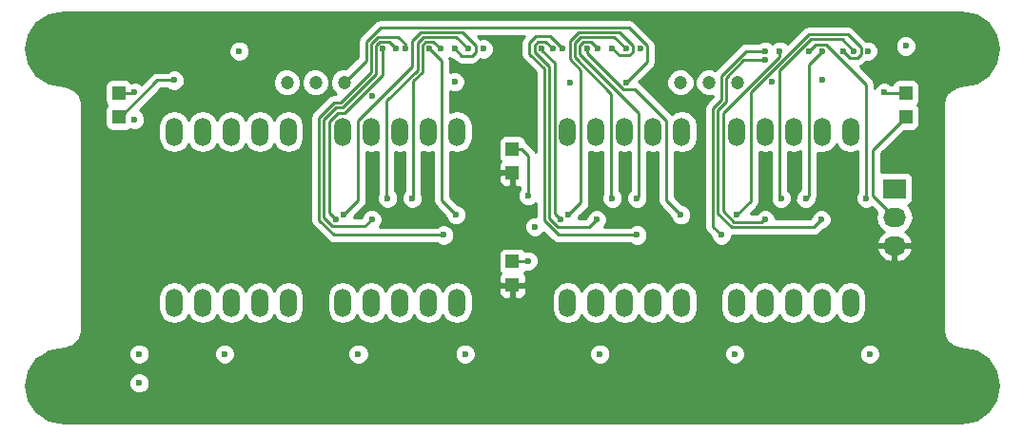
<source format=gtl>
G04 #@! TF.FileFunction,Copper,L1,Top,Signal*
%FSLAX46Y46*%
G04 Gerber Fmt 4.6, Leading zero omitted, Abs format (unit mm)*
G04 Created by KiCad (PCBNEW 4.0.6) date Mon May  8 21:00:33 2017*
%MOMM*%
%LPD*%
G01*
G04 APERTURE LIST*
%ADD10C,0.100000*%
%ADD11C,6.200000*%
%ADD12R,1.198880X1.198880*%
%ADD13R,2.032000X1.727200*%
%ADD14O,2.032000X1.727200*%
%ADD15O,1.524000X2.524000*%
%ADD16C,1.200000*%
%ADD17C,0.600000*%
%ADD18C,0.250000*%
%ADD19C,0.254000*%
G04 APERTURE END LIST*
D10*
D11*
X195000000Y-111000000D03*
X115000000Y-111000000D03*
X115000000Y-81000000D03*
D12*
X190000000Y-84950980D03*
X190000000Y-87049020D03*
X120000000Y-84950980D03*
X120000000Y-87049020D03*
X155000000Y-89950980D03*
X155000000Y-92049020D03*
X155000000Y-99950980D03*
X155000000Y-102049020D03*
D13*
X189000000Y-93460000D03*
D14*
X189000000Y-96000000D03*
X189000000Y-98540000D03*
D15*
X124920000Y-103620000D03*
X127460000Y-103620000D03*
X130000000Y-103620000D03*
X132540000Y-103620000D03*
X135080000Y-103620000D03*
X135080000Y-88380000D03*
X132540000Y-88380000D03*
X130000000Y-88380000D03*
X127460000Y-88380000D03*
X124920000Y-88380000D03*
X139920000Y-103620000D03*
X142460000Y-103620000D03*
X145000000Y-103620000D03*
X147540000Y-103620000D03*
X150080000Y-103620000D03*
X150080000Y-88380000D03*
X147540000Y-88380000D03*
X145000000Y-88380000D03*
X142460000Y-88380000D03*
X139920000Y-88380000D03*
X159920000Y-103620000D03*
X162460000Y-103620000D03*
X165000000Y-103620000D03*
X167540000Y-103620000D03*
X170080000Y-103620000D03*
X170080000Y-88380000D03*
X167540000Y-88380000D03*
X165000000Y-88380000D03*
X162460000Y-88380000D03*
X159920000Y-88380000D03*
X174920000Y-103620000D03*
X177460000Y-103620000D03*
X180000000Y-103620000D03*
X182540000Y-103620000D03*
X185080000Y-103620000D03*
X185080000Y-88380000D03*
X182540000Y-88380000D03*
X180000000Y-88380000D03*
X177460000Y-88380000D03*
X174920000Y-88380000D03*
D11*
X195000000Y-81000000D03*
D16*
X140040000Y-84000000D03*
X137500000Y-84000000D03*
X134960000Y-84000000D03*
X175040000Y-84000000D03*
X172500000Y-84000000D03*
X169960000Y-84000000D03*
D17*
X157000000Y-96850000D03*
X190000000Y-80750000D03*
X150800000Y-108200000D03*
X149900000Y-83945860D03*
X121800000Y-110800000D03*
X129400000Y-108200000D03*
X121400000Y-87300000D03*
X121800000Y-108200000D03*
X182600000Y-83800000D03*
X186651737Y-81200000D03*
X166400000Y-81003871D03*
X152400000Y-81003871D03*
X130700000Y-81200000D03*
X141300000Y-108200000D03*
X162800000Y-108200000D03*
X174800000Y-108200000D03*
X186800000Y-108200000D03*
X178100000Y-83900000D03*
X160100000Y-84000000D03*
X153200000Y-92900000D03*
X156564441Y-85414441D03*
X142491747Y-85191746D03*
X127500000Y-83800000D03*
X152200000Y-88000000D03*
X162150000Y-109775002D03*
X132700000Y-112200000D03*
X150173059Y-110826941D03*
X152700000Y-108200000D03*
X163659593Y-110474999D03*
X174265558Y-110834442D03*
X176700000Y-108200000D03*
X188100000Y-84900000D03*
X121400000Y-84900000D03*
X124900000Y-83800000D03*
X156400000Y-94100000D03*
X156400000Y-99900000D03*
X146100000Y-94300000D03*
X148600000Y-81003871D03*
X150000000Y-95800000D03*
X147627890Y-81000011D03*
X145477858Y-81003871D03*
X148900000Y-97600000D03*
X142500000Y-96200000D03*
X144676165Y-81003871D03*
X143500000Y-81003871D03*
X139300000Y-96200000D03*
X143900000Y-94300000D03*
X151100000Y-81003871D03*
X149900000Y-81003871D03*
X140000000Y-95800000D03*
X166100000Y-94300000D03*
X162600000Y-80973289D03*
X161625032Y-80973300D03*
X170000000Y-95800000D03*
X166100000Y-97600000D03*
X159475000Y-81000003D03*
X162500000Y-96200000D03*
X158603313Y-81003870D03*
X157600000Y-80973289D03*
X159334358Y-96243761D03*
X163900000Y-94300000D03*
X165100000Y-80973289D03*
X163900000Y-80973289D03*
X160000000Y-95800000D03*
X181100000Y-94350000D03*
X182600000Y-81225801D03*
X181400000Y-81200000D03*
X186475000Y-94300000D03*
X177500677Y-81999217D03*
X182500000Y-96200000D03*
X177500000Y-96200000D03*
X178800906Y-81199871D03*
X173600000Y-97600000D03*
X177500198Y-81199205D03*
X178900000Y-94300000D03*
X185401735Y-81198953D03*
X184404443Y-81195557D03*
X175000000Y-95800000D03*
X165174999Y-83991732D03*
D18*
X155000000Y-102049020D02*
X155000000Y-101799470D01*
X190000000Y-84950980D02*
X188150980Y-84950980D01*
X188150980Y-84950980D02*
X188100000Y-84900000D01*
X187100000Y-93000000D02*
X187100000Y-94098115D01*
X187100000Y-94098115D02*
X189000000Y-95998115D01*
X189000000Y-95998115D02*
X189000000Y-96000000D01*
X187100000Y-93000000D02*
X187100000Y-91300000D01*
X187100000Y-91300000D02*
X187100000Y-93000000D01*
X190000000Y-87100000D02*
X187100000Y-90000000D01*
X187100000Y-90000000D02*
X187100000Y-91300000D01*
X190000000Y-87049020D02*
X190000000Y-87100000D01*
X188847600Y-96540000D02*
X189000000Y-96540000D01*
X120000000Y-84950980D02*
X121349020Y-84950980D01*
X121349020Y-84950980D02*
X121400000Y-84900000D01*
X120000000Y-87049020D02*
X120175982Y-87049020D01*
X120175982Y-87049020D02*
X123425002Y-83800000D01*
X123425002Y-83800000D02*
X124900000Y-83800000D01*
X155000000Y-89950980D02*
X155849440Y-89950980D01*
X155849440Y-89950980D02*
X156400000Y-90501540D01*
X156400000Y-90501540D02*
X156400000Y-94100000D01*
X155000000Y-99950980D02*
X156349020Y-99950980D01*
X156349020Y-99950980D02*
X156400000Y-99900000D01*
X146100000Y-94300000D02*
X146201053Y-94198947D01*
X146201053Y-94198947D02*
X146201053Y-83874505D01*
X146201053Y-83874505D02*
X147002880Y-83072678D01*
X147002880Y-83072678D02*
X147002880Y-80670553D01*
X147002880Y-80670553D02*
X147298432Y-80375001D01*
X147298432Y-80375001D02*
X147971130Y-80375001D01*
X147971130Y-80375001D02*
X148600000Y-81003871D01*
X148699395Y-94499395D02*
X148699395Y-82071516D01*
X150000000Y-95800000D02*
X148699395Y-94499395D01*
X148699395Y-82071516D02*
X147627890Y-81000011D01*
X144827111Y-79928860D02*
X145477858Y-80579607D01*
X142424989Y-80517469D02*
X143013598Y-79928860D01*
X142424989Y-83079225D02*
X142424989Y-80517469D01*
X137799485Y-96260897D02*
X137799485Y-87127760D01*
X137799485Y-87127760D02*
X139126388Y-85800857D01*
X139703356Y-85800857D02*
X142424989Y-83079225D01*
X148900000Y-97600000D02*
X139138588Y-97600000D01*
X139138588Y-97600000D02*
X137799485Y-96260897D01*
X139126388Y-85800857D02*
X139703356Y-85800857D01*
X145477858Y-80579607D02*
X145477858Y-81003871D01*
X143013598Y-79928860D02*
X144827111Y-79928860D01*
X144676165Y-81003871D02*
X144051165Y-80378871D01*
X144051165Y-80378871D02*
X143199998Y-80378871D01*
X139312788Y-86250868D02*
X138249496Y-87314160D01*
X138999999Y-96825001D02*
X141874999Y-96825001D01*
X143199998Y-80378871D02*
X142875000Y-80703869D01*
X142875000Y-80703869D02*
X142875000Y-83288199D01*
X142875000Y-83288199D02*
X139912330Y-86250868D01*
X138249496Y-96074498D02*
X138999999Y-96825001D01*
X141874999Y-96825001D02*
X142500000Y-96200000D01*
X139912330Y-86250868D02*
X139312788Y-86250868D01*
X138249496Y-87314160D02*
X138249496Y-96074498D01*
X143500000Y-83299609D02*
X143500000Y-81003871D01*
X139499188Y-86700879D02*
X140098730Y-86700879D01*
X139300000Y-96200000D02*
X138699507Y-95599507D01*
X138699507Y-95599507D02*
X138699507Y-87500560D01*
X138699507Y-87500560D02*
X139499188Y-86700879D01*
X140098730Y-86700879D02*
X143500000Y-83299609D01*
X143900000Y-94300000D02*
X143800162Y-94200162D01*
X143800162Y-94200162D02*
X143800162Y-85638985D01*
X143800162Y-85638985D02*
X146552869Y-82886278D01*
X146552869Y-82886278D02*
X146552869Y-80484154D01*
X146552869Y-80484154D02*
X147112033Y-79924990D01*
X150021119Y-79924990D02*
X151100000Y-81003871D01*
X147112033Y-79924990D02*
X150021119Y-79924990D01*
X146102858Y-80297755D02*
X146887955Y-79512658D01*
X151725001Y-81303872D02*
X151399940Y-81628933D01*
X151725001Y-80703870D02*
X151725001Y-81303872D01*
X150533789Y-79512658D02*
X151725001Y-80703870D01*
X141299494Y-94500506D02*
X141299494Y-87400271D01*
X146887955Y-79512658D02*
X150533789Y-79512658D01*
X151399940Y-81628933D02*
X150525062Y-81628933D01*
X146102858Y-82596907D02*
X146102858Y-80297755D01*
X141299494Y-87400271D02*
X146102858Y-82596907D01*
X140000000Y-95800000D02*
X141299494Y-94500506D01*
X150525062Y-81628933D02*
X149900000Y-81003871D01*
X166100000Y-94300000D02*
X166200511Y-94199489D01*
X166200511Y-94199489D02*
X166200511Y-86698798D01*
X166200511Y-86698798D02*
X161000022Y-81498309D01*
X161000022Y-81498309D02*
X161000022Y-80673308D01*
X161000022Y-80673308D02*
X161325040Y-80348290D01*
X161325040Y-80348290D02*
X161975001Y-80348290D01*
X161975001Y-80348290D02*
X162600000Y-80973289D01*
X168700145Y-87400354D02*
X165916524Y-84616733D01*
X164844201Y-84616733D02*
X161625032Y-81397564D01*
X168700145Y-94500145D02*
X168700145Y-87400354D01*
X170000000Y-95800000D02*
X168700145Y-94500145D01*
X161625032Y-81397564D02*
X161625032Y-80973300D01*
X165916524Y-84616733D02*
X164844201Y-84616733D01*
X166100000Y-97600000D02*
X159129184Y-97600000D01*
X157848880Y-96319696D02*
X159129184Y-97600000D01*
X159475000Y-81000003D02*
X159475344Y-81000347D01*
X159499223Y-81000347D02*
X159499223Y-80997500D01*
X159475344Y-81000347D02*
X159499223Y-81000347D01*
X157848880Y-82783581D02*
X157848880Y-96319696D01*
X159499223Y-80997500D02*
X158400000Y-79898277D01*
X158400000Y-79898277D02*
X157113599Y-79898277D01*
X157113599Y-79898277D02*
X156524988Y-80486888D01*
X156524988Y-80486888D02*
X156524988Y-81459690D01*
X156524988Y-81459690D02*
X157848880Y-82783581D01*
X161831238Y-96868762D02*
X159034357Y-96868762D01*
X162500000Y-96200000D02*
X161831238Y-96868762D01*
X158298891Y-96133296D02*
X158298891Y-82597182D01*
X159034357Y-96868762D02*
X158298891Y-96133296D01*
X158298891Y-82597182D02*
X156974999Y-81273290D01*
X156974999Y-81273290D02*
X156974999Y-80673288D01*
X156974999Y-80673288D02*
X157299999Y-80348288D01*
X157299999Y-80348288D02*
X157947731Y-80348288D01*
X157947731Y-80348288D02*
X158603313Y-81003870D01*
X158748902Y-82266772D02*
X157600000Y-81117870D01*
X159334358Y-96243761D02*
X158748902Y-95658305D01*
X157600000Y-81117870D02*
X157600000Y-80973289D01*
X158748902Y-95658305D02*
X158748902Y-82266772D01*
X163801291Y-94201291D02*
X163801291Y-84992559D01*
X163801291Y-84992559D02*
X160550012Y-81741280D01*
X163900000Y-94300000D02*
X163801291Y-94201291D01*
X160550012Y-80486908D02*
X161114251Y-79922669D01*
X160550012Y-81741280D02*
X160550012Y-80486908D01*
X164049380Y-79922669D02*
X165100000Y-80973289D01*
X161114251Y-79922669D02*
X164049380Y-79922669D01*
X165725001Y-81273290D02*
X165400001Y-81598290D01*
X164564371Y-79512658D02*
X165725001Y-80673288D01*
X164525001Y-81598290D02*
X163900000Y-80973289D01*
X165400001Y-81598290D02*
X164525001Y-81598290D01*
X165725001Y-80673288D02*
X165725001Y-81273290D01*
X160887852Y-79512658D02*
X164564371Y-79512658D01*
X161100586Y-94699414D02*
X161100586Y-82871695D01*
X160100000Y-80300510D02*
X160887852Y-79512658D01*
X160100000Y-81871109D02*
X160100000Y-80300510D01*
X160000000Y-95800000D02*
X161100586Y-94699414D01*
X161100586Y-82871695D02*
X160100000Y-81871109D01*
X182600000Y-81225801D02*
X181402074Y-82423727D01*
X181402074Y-82423727D02*
X181402074Y-94047926D01*
X181402074Y-94047926D02*
X181100000Y-94350000D01*
X181999209Y-80600791D02*
X181400000Y-81200000D01*
X182925793Y-80600791D02*
X181999209Y-80600791D01*
X186475000Y-84149998D02*
X182925793Y-80600791D01*
X186475000Y-94300000D02*
X186475000Y-84149998D01*
X173299838Y-86430897D02*
X174008966Y-85721769D01*
X175587664Y-81999217D02*
X177500677Y-81999217D01*
X174008966Y-85721769D02*
X174008966Y-83577915D01*
X173299838Y-95661251D02*
X173299838Y-86430897D01*
X181799753Y-96900247D02*
X174538834Y-96900247D01*
X182500000Y-96200000D02*
X181799753Y-96900247D01*
X174008966Y-83577915D02*
X175587664Y-81999217D01*
X174538834Y-96900247D02*
X173299838Y-95661251D01*
X173749849Y-86747666D02*
X173749849Y-95474851D01*
X178800906Y-81399146D02*
X178800273Y-81399779D01*
X178800273Y-81697242D02*
X173749849Y-86747666D01*
X178800273Y-81399779D02*
X178800273Y-81697242D01*
X178800906Y-81199871D02*
X178800906Y-81399146D01*
X173749849Y-95474851D02*
X174699999Y-96425001D01*
X174699999Y-96425001D02*
X177174999Y-96425001D01*
X177500000Y-96200000D02*
X177400000Y-96200000D01*
X177400000Y-96200000D02*
X177174999Y-96425001D01*
X173600000Y-97600000D02*
X172849828Y-96849828D01*
X172849828Y-86301064D02*
X173598955Y-85551937D01*
X172849828Y-96849828D02*
X172849828Y-86301064D01*
X173598955Y-85551937D02*
X173598955Y-83398919D01*
X173598955Y-83398919D02*
X175798669Y-81199205D01*
X175798669Y-81199205D02*
X177500198Y-81199205D01*
X178799696Y-94199696D02*
X178799696Y-82896838D01*
X178900000Y-94300000D02*
X178799696Y-94199696D01*
X178799696Y-82896838D02*
X181545754Y-80150780D01*
X181545754Y-80150780D02*
X184353562Y-80150780D01*
X184353562Y-80150780D02*
X185401735Y-81198953D01*
X185701737Y-81823955D02*
X185032841Y-81823955D01*
X186026737Y-81498955D02*
X185701737Y-81823955D01*
X176202309Y-94597691D02*
X176202309Y-84875048D01*
X186026737Y-80898951D02*
X186026737Y-81498955D01*
X175000000Y-95800000D02*
X176202309Y-94597691D01*
X184828555Y-79700769D02*
X186026737Y-80898951D01*
X185032841Y-81823955D02*
X184404443Y-81195557D01*
X181376588Y-79700769D02*
X184828555Y-79700769D01*
X176202309Y-84875048D02*
X181376588Y-79700769D01*
X140040000Y-84000000D02*
X142014979Y-82025021D01*
X142014979Y-82025021D02*
X142014979Y-80347639D01*
X142014979Y-80347639D02*
X143259971Y-79102647D01*
X143259971Y-79102647D02*
X165364578Y-79102647D01*
X165364578Y-79102647D02*
X166985001Y-80723070D01*
X166985001Y-80723070D02*
X166985001Y-82181730D01*
X166985001Y-82181730D02*
X165174999Y-83991732D01*
D19*
G36*
X196253707Y-77973288D02*
X197316546Y-78683454D01*
X198026712Y-79746295D01*
X198276090Y-81000000D01*
X198026712Y-82253705D01*
X197316546Y-83316546D01*
X196253707Y-84026712D01*
X194861486Y-84303642D01*
X194478804Y-84379762D01*
X194384629Y-84418771D01*
X194222862Y-84485777D01*
X193898438Y-84702549D01*
X193766956Y-84834032D01*
X193702549Y-84898439D01*
X193485776Y-85222862D01*
X193422042Y-85376732D01*
X193379762Y-85478804D01*
X193303642Y-85861487D01*
X193303642Y-85931416D01*
X193290000Y-86000000D01*
X193290000Y-106000000D01*
X193303642Y-106068584D01*
X193303642Y-106138513D01*
X193379762Y-106521196D01*
X193399395Y-106568593D01*
X193485776Y-106777138D01*
X193702549Y-107101561D01*
X193702550Y-107101562D01*
X193898438Y-107297451D01*
X194222862Y-107514223D01*
X194328877Y-107558136D01*
X194478804Y-107620238D01*
X194861486Y-107696358D01*
X196253707Y-107973288D01*
X197316546Y-108683454D01*
X198026712Y-109746295D01*
X198276090Y-111000000D01*
X198026712Y-112253705D01*
X197316546Y-113316546D01*
X196253707Y-114026712D01*
X194930069Y-114290000D01*
X115069931Y-114290000D01*
X113746295Y-114026712D01*
X112683454Y-113316546D01*
X111973288Y-112253707D01*
X111723910Y-111000000D01*
X111726860Y-110985167D01*
X120864838Y-110985167D01*
X121006883Y-111328943D01*
X121269673Y-111592192D01*
X121613201Y-111734838D01*
X121985167Y-111735162D01*
X122328943Y-111593117D01*
X122592192Y-111330327D01*
X122734838Y-110986799D01*
X122735162Y-110614833D01*
X122593117Y-110271057D01*
X122330327Y-110007808D01*
X121986799Y-109865162D01*
X121614833Y-109864838D01*
X121271057Y-110006883D01*
X121007808Y-110269673D01*
X120865162Y-110613201D01*
X120864838Y-110985167D01*
X111726860Y-110985167D01*
X111973288Y-109746293D01*
X112683454Y-108683454D01*
X113129873Y-108385167D01*
X120864838Y-108385167D01*
X121006883Y-108728943D01*
X121269673Y-108992192D01*
X121613201Y-109134838D01*
X121985167Y-109135162D01*
X122328943Y-108993117D01*
X122592192Y-108730327D01*
X122734838Y-108386799D01*
X122734839Y-108385167D01*
X128464838Y-108385167D01*
X128606883Y-108728943D01*
X128869673Y-108992192D01*
X129213201Y-109134838D01*
X129585167Y-109135162D01*
X129928943Y-108993117D01*
X130192192Y-108730327D01*
X130334838Y-108386799D01*
X130334839Y-108385167D01*
X140364838Y-108385167D01*
X140506883Y-108728943D01*
X140769673Y-108992192D01*
X141113201Y-109134838D01*
X141485167Y-109135162D01*
X141828943Y-108993117D01*
X142092192Y-108730327D01*
X142234838Y-108386799D01*
X142234839Y-108385167D01*
X149864838Y-108385167D01*
X150006883Y-108728943D01*
X150269673Y-108992192D01*
X150613201Y-109134838D01*
X150985167Y-109135162D01*
X151328943Y-108993117D01*
X151592192Y-108730327D01*
X151734838Y-108386799D01*
X151734839Y-108385167D01*
X161864838Y-108385167D01*
X162006883Y-108728943D01*
X162269673Y-108992192D01*
X162613201Y-109134838D01*
X162985167Y-109135162D01*
X163328943Y-108993117D01*
X163592192Y-108730327D01*
X163734838Y-108386799D01*
X163734839Y-108385167D01*
X173864838Y-108385167D01*
X174006883Y-108728943D01*
X174269673Y-108992192D01*
X174613201Y-109134838D01*
X174985167Y-109135162D01*
X175328943Y-108993117D01*
X175592192Y-108730327D01*
X175734838Y-108386799D01*
X175734839Y-108385167D01*
X185864838Y-108385167D01*
X186006883Y-108728943D01*
X186269673Y-108992192D01*
X186613201Y-109134838D01*
X186985167Y-109135162D01*
X187328943Y-108993117D01*
X187592192Y-108730327D01*
X187734838Y-108386799D01*
X187735162Y-108014833D01*
X187593117Y-107671057D01*
X187330327Y-107407808D01*
X186986799Y-107265162D01*
X186614833Y-107264838D01*
X186271057Y-107406883D01*
X186007808Y-107669673D01*
X185865162Y-108013201D01*
X185864838Y-108385167D01*
X175734839Y-108385167D01*
X175735162Y-108014833D01*
X175593117Y-107671057D01*
X175330327Y-107407808D01*
X174986799Y-107265162D01*
X174614833Y-107264838D01*
X174271057Y-107406883D01*
X174007808Y-107669673D01*
X173865162Y-108013201D01*
X173864838Y-108385167D01*
X163734839Y-108385167D01*
X163735162Y-108014833D01*
X163593117Y-107671057D01*
X163330327Y-107407808D01*
X162986799Y-107265162D01*
X162614833Y-107264838D01*
X162271057Y-107406883D01*
X162007808Y-107669673D01*
X161865162Y-108013201D01*
X161864838Y-108385167D01*
X151734839Y-108385167D01*
X151735162Y-108014833D01*
X151593117Y-107671057D01*
X151330327Y-107407808D01*
X150986799Y-107265162D01*
X150614833Y-107264838D01*
X150271057Y-107406883D01*
X150007808Y-107669673D01*
X149865162Y-108013201D01*
X149864838Y-108385167D01*
X142234839Y-108385167D01*
X142235162Y-108014833D01*
X142093117Y-107671057D01*
X141830327Y-107407808D01*
X141486799Y-107265162D01*
X141114833Y-107264838D01*
X140771057Y-107406883D01*
X140507808Y-107669673D01*
X140365162Y-108013201D01*
X140364838Y-108385167D01*
X130334839Y-108385167D01*
X130335162Y-108014833D01*
X130193117Y-107671057D01*
X129930327Y-107407808D01*
X129586799Y-107265162D01*
X129214833Y-107264838D01*
X128871057Y-107406883D01*
X128607808Y-107669673D01*
X128465162Y-108013201D01*
X128464838Y-108385167D01*
X122734839Y-108385167D01*
X122735162Y-108014833D01*
X122593117Y-107671057D01*
X122330327Y-107407808D01*
X121986799Y-107265162D01*
X121614833Y-107264838D01*
X121271057Y-107406883D01*
X121007808Y-107669673D01*
X120865162Y-108013201D01*
X120864838Y-108385167D01*
X113129873Y-108385167D01*
X113746295Y-107973288D01*
X115138514Y-107696358D01*
X115138515Y-107696358D01*
X115521196Y-107620238D01*
X115615369Y-107581230D01*
X115777138Y-107514224D01*
X116101561Y-107297451D01*
X116134174Y-107264838D01*
X116297451Y-107101562D01*
X116514223Y-106777138D01*
X116564419Y-106655954D01*
X116620238Y-106521196D01*
X116696358Y-106138514D01*
X116696358Y-106068584D01*
X116710000Y-106000000D01*
X116710000Y-103082836D01*
X123523000Y-103082836D01*
X123523000Y-104157164D01*
X123629340Y-104691773D01*
X123932172Y-105144992D01*
X124385391Y-105447824D01*
X124920000Y-105554164D01*
X125454609Y-105447824D01*
X125907828Y-105144992D01*
X126190000Y-104722693D01*
X126472172Y-105144992D01*
X126925391Y-105447824D01*
X127460000Y-105554164D01*
X127994609Y-105447824D01*
X128447828Y-105144992D01*
X128730000Y-104722693D01*
X129012172Y-105144992D01*
X129465391Y-105447824D01*
X130000000Y-105554164D01*
X130534609Y-105447824D01*
X130987828Y-105144992D01*
X131270000Y-104722693D01*
X131552172Y-105144992D01*
X132005391Y-105447824D01*
X132540000Y-105554164D01*
X133074609Y-105447824D01*
X133527828Y-105144992D01*
X133810000Y-104722693D01*
X134092172Y-105144992D01*
X134545391Y-105447824D01*
X135080000Y-105554164D01*
X135614609Y-105447824D01*
X136067828Y-105144992D01*
X136370660Y-104691773D01*
X136477000Y-104157164D01*
X136477000Y-103082836D01*
X138523000Y-103082836D01*
X138523000Y-104157164D01*
X138629340Y-104691773D01*
X138932172Y-105144992D01*
X139385391Y-105447824D01*
X139920000Y-105554164D01*
X140454609Y-105447824D01*
X140907828Y-105144992D01*
X141190000Y-104722693D01*
X141472172Y-105144992D01*
X141925391Y-105447824D01*
X142460000Y-105554164D01*
X142994609Y-105447824D01*
X143447828Y-105144992D01*
X143730000Y-104722693D01*
X144012172Y-105144992D01*
X144465391Y-105447824D01*
X145000000Y-105554164D01*
X145534609Y-105447824D01*
X145987828Y-105144992D01*
X146270000Y-104722693D01*
X146552172Y-105144992D01*
X147005391Y-105447824D01*
X147540000Y-105554164D01*
X148074609Y-105447824D01*
X148527828Y-105144992D01*
X148810000Y-104722693D01*
X149092172Y-105144992D01*
X149545391Y-105447824D01*
X150080000Y-105554164D01*
X150614609Y-105447824D01*
X151067828Y-105144992D01*
X151370660Y-104691773D01*
X151477000Y-104157164D01*
X151477000Y-103082836D01*
X151370660Y-102548227D01*
X151228033Y-102334770D01*
X153765560Y-102334770D01*
X153765560Y-102774769D01*
X153862233Y-103008158D01*
X154040861Y-103186787D01*
X154274250Y-103283460D01*
X154714250Y-103283460D01*
X154873000Y-103124710D01*
X154873000Y-102176020D01*
X155127000Y-102176020D01*
X155127000Y-103124710D01*
X155285750Y-103283460D01*
X155725750Y-103283460D01*
X155959139Y-103186787D01*
X156063089Y-103082836D01*
X158523000Y-103082836D01*
X158523000Y-104157164D01*
X158629340Y-104691773D01*
X158932172Y-105144992D01*
X159385391Y-105447824D01*
X159920000Y-105554164D01*
X160454609Y-105447824D01*
X160907828Y-105144992D01*
X161190000Y-104722693D01*
X161472172Y-105144992D01*
X161925391Y-105447824D01*
X162460000Y-105554164D01*
X162994609Y-105447824D01*
X163447828Y-105144992D01*
X163730000Y-104722693D01*
X164012172Y-105144992D01*
X164465391Y-105447824D01*
X165000000Y-105554164D01*
X165534609Y-105447824D01*
X165987828Y-105144992D01*
X166270000Y-104722693D01*
X166552172Y-105144992D01*
X167005391Y-105447824D01*
X167540000Y-105554164D01*
X168074609Y-105447824D01*
X168527828Y-105144992D01*
X168810000Y-104722693D01*
X169092172Y-105144992D01*
X169545391Y-105447824D01*
X170080000Y-105554164D01*
X170614609Y-105447824D01*
X171067828Y-105144992D01*
X171370660Y-104691773D01*
X171477000Y-104157164D01*
X171477000Y-103082836D01*
X173523000Y-103082836D01*
X173523000Y-104157164D01*
X173629340Y-104691773D01*
X173932172Y-105144992D01*
X174385391Y-105447824D01*
X174920000Y-105554164D01*
X175454609Y-105447824D01*
X175907828Y-105144992D01*
X176190000Y-104722693D01*
X176472172Y-105144992D01*
X176925391Y-105447824D01*
X177460000Y-105554164D01*
X177994609Y-105447824D01*
X178447828Y-105144992D01*
X178730000Y-104722693D01*
X179012172Y-105144992D01*
X179465391Y-105447824D01*
X180000000Y-105554164D01*
X180534609Y-105447824D01*
X180987828Y-105144992D01*
X181270000Y-104722693D01*
X181552172Y-105144992D01*
X182005391Y-105447824D01*
X182540000Y-105554164D01*
X183074609Y-105447824D01*
X183527828Y-105144992D01*
X183810000Y-104722693D01*
X184092172Y-105144992D01*
X184545391Y-105447824D01*
X185080000Y-105554164D01*
X185614609Y-105447824D01*
X186067828Y-105144992D01*
X186370660Y-104691773D01*
X186477000Y-104157164D01*
X186477000Y-103082836D01*
X186370660Y-102548227D01*
X186067828Y-102095008D01*
X185614609Y-101792176D01*
X185080000Y-101685836D01*
X184545391Y-101792176D01*
X184092172Y-102095008D01*
X183810000Y-102517307D01*
X183527828Y-102095008D01*
X183074609Y-101792176D01*
X182540000Y-101685836D01*
X182005391Y-101792176D01*
X181552172Y-102095008D01*
X181270000Y-102517307D01*
X180987828Y-102095008D01*
X180534609Y-101792176D01*
X180000000Y-101685836D01*
X179465391Y-101792176D01*
X179012172Y-102095008D01*
X178730000Y-102517307D01*
X178447828Y-102095008D01*
X177994609Y-101792176D01*
X177460000Y-101685836D01*
X176925391Y-101792176D01*
X176472172Y-102095008D01*
X176190000Y-102517307D01*
X175907828Y-102095008D01*
X175454609Y-101792176D01*
X174920000Y-101685836D01*
X174385391Y-101792176D01*
X173932172Y-102095008D01*
X173629340Y-102548227D01*
X173523000Y-103082836D01*
X171477000Y-103082836D01*
X171370660Y-102548227D01*
X171067828Y-102095008D01*
X170614609Y-101792176D01*
X170080000Y-101685836D01*
X169545391Y-101792176D01*
X169092172Y-102095008D01*
X168810000Y-102517307D01*
X168527828Y-102095008D01*
X168074609Y-101792176D01*
X167540000Y-101685836D01*
X167005391Y-101792176D01*
X166552172Y-102095008D01*
X166270000Y-102517307D01*
X165987828Y-102095008D01*
X165534609Y-101792176D01*
X165000000Y-101685836D01*
X164465391Y-101792176D01*
X164012172Y-102095008D01*
X163730000Y-102517307D01*
X163447828Y-102095008D01*
X162994609Y-101792176D01*
X162460000Y-101685836D01*
X161925391Y-101792176D01*
X161472172Y-102095008D01*
X161190000Y-102517307D01*
X160907828Y-102095008D01*
X160454609Y-101792176D01*
X159920000Y-101685836D01*
X159385391Y-101792176D01*
X158932172Y-102095008D01*
X158629340Y-102548227D01*
X158523000Y-103082836D01*
X156063089Y-103082836D01*
X156137767Y-103008158D01*
X156234440Y-102774769D01*
X156234440Y-102334770D01*
X156075690Y-102176020D01*
X155127000Y-102176020D01*
X154873000Y-102176020D01*
X153924310Y-102176020D01*
X153765560Y-102334770D01*
X151228033Y-102334770D01*
X151067828Y-102095008D01*
X150614609Y-101792176D01*
X150080000Y-101685836D01*
X149545391Y-101792176D01*
X149092172Y-102095008D01*
X148810000Y-102517307D01*
X148527828Y-102095008D01*
X148074609Y-101792176D01*
X147540000Y-101685836D01*
X147005391Y-101792176D01*
X146552172Y-102095008D01*
X146270000Y-102517307D01*
X145987828Y-102095008D01*
X145534609Y-101792176D01*
X145000000Y-101685836D01*
X144465391Y-101792176D01*
X144012172Y-102095008D01*
X143730000Y-102517307D01*
X143447828Y-102095008D01*
X142994609Y-101792176D01*
X142460000Y-101685836D01*
X141925391Y-101792176D01*
X141472172Y-102095008D01*
X141190000Y-102517307D01*
X140907828Y-102095008D01*
X140454609Y-101792176D01*
X139920000Y-101685836D01*
X139385391Y-101792176D01*
X138932172Y-102095008D01*
X138629340Y-102548227D01*
X138523000Y-103082836D01*
X136477000Y-103082836D01*
X136370660Y-102548227D01*
X136067828Y-102095008D01*
X135614609Y-101792176D01*
X135080000Y-101685836D01*
X134545391Y-101792176D01*
X134092172Y-102095008D01*
X133810000Y-102517307D01*
X133527828Y-102095008D01*
X133074609Y-101792176D01*
X132540000Y-101685836D01*
X132005391Y-101792176D01*
X131552172Y-102095008D01*
X131270000Y-102517307D01*
X130987828Y-102095008D01*
X130534609Y-101792176D01*
X130000000Y-101685836D01*
X129465391Y-101792176D01*
X129012172Y-102095008D01*
X128730000Y-102517307D01*
X128447828Y-102095008D01*
X127994609Y-101792176D01*
X127460000Y-101685836D01*
X126925391Y-101792176D01*
X126472172Y-102095008D01*
X126190000Y-102517307D01*
X125907828Y-102095008D01*
X125454609Y-101792176D01*
X124920000Y-101685836D01*
X124385391Y-101792176D01*
X123932172Y-102095008D01*
X123629340Y-102548227D01*
X123523000Y-103082836D01*
X116710000Y-103082836D01*
X116710000Y-99351540D01*
X153753120Y-99351540D01*
X153753120Y-100550420D01*
X153797398Y-100785737D01*
X153936470Y-101001861D01*
X153944659Y-101007456D01*
X153862233Y-101089882D01*
X153765560Y-101323271D01*
X153765560Y-101763270D01*
X153924310Y-101922020D01*
X154873000Y-101922020D01*
X154873000Y-101902020D01*
X155127000Y-101902020D01*
X155127000Y-101922020D01*
X156075690Y-101922020D01*
X156234440Y-101763270D01*
X156234440Y-101323271D01*
X156137767Y-101089882D01*
X156055555Y-101007669D01*
X156182388Y-100822043D01*
X156213201Y-100834838D01*
X156585167Y-100835162D01*
X156928943Y-100693117D01*
X157192192Y-100430327D01*
X157334838Y-100086799D01*
X157335162Y-99714833D01*
X157193117Y-99371057D01*
X156930327Y-99107808D01*
X156586799Y-98965162D01*
X156214833Y-98964838D01*
X156128218Y-99000627D01*
X156063530Y-98900099D01*
X156061960Y-98899026D01*
X187392642Y-98899026D01*
X187395291Y-98914791D01*
X187649268Y-99442036D01*
X188085680Y-99831954D01*
X188638087Y-100025184D01*
X188873000Y-99880924D01*
X188873000Y-98667000D01*
X189127000Y-98667000D01*
X189127000Y-99880924D01*
X189361913Y-100025184D01*
X189914320Y-99831954D01*
X190350732Y-99442036D01*
X190604709Y-98914791D01*
X190607358Y-98899026D01*
X190486217Y-98667000D01*
X189127000Y-98667000D01*
X188873000Y-98667000D01*
X187513783Y-98667000D01*
X187392642Y-98899026D01*
X156061960Y-98899026D01*
X155851330Y-98755109D01*
X155599440Y-98704100D01*
X154400560Y-98704100D01*
X154165243Y-98748378D01*
X153949119Y-98887450D01*
X153804129Y-99099650D01*
X153753120Y-99351540D01*
X116710000Y-99351540D01*
X116710000Y-86000000D01*
X116696358Y-85931416D01*
X116696358Y-85861486D01*
X116620238Y-85478804D01*
X116539298Y-85283398D01*
X116514223Y-85222862D01*
X116297451Y-84898438D01*
X116101562Y-84702550D01*
X116101561Y-84702549D01*
X115777138Y-84485776D01*
X115593368Y-84409657D01*
X115521196Y-84379762D01*
X115379315Y-84351540D01*
X118753120Y-84351540D01*
X118753120Y-85550420D01*
X118797398Y-85785737D01*
X118936470Y-86001861D01*
X118937467Y-86002543D01*
X118804129Y-86197690D01*
X118753120Y-86449580D01*
X118753120Y-87648460D01*
X118797398Y-87883777D01*
X118936470Y-88099901D01*
X119148670Y-88244891D01*
X119400560Y-88295900D01*
X120599440Y-88295900D01*
X120834757Y-88251622D01*
X120999039Y-88145910D01*
X121213201Y-88234838D01*
X121585167Y-88235162D01*
X121928943Y-88093117D01*
X122179661Y-87842836D01*
X123523000Y-87842836D01*
X123523000Y-88917164D01*
X123629340Y-89451773D01*
X123932172Y-89904992D01*
X124385391Y-90207824D01*
X124920000Y-90314164D01*
X125454609Y-90207824D01*
X125907828Y-89904992D01*
X126190000Y-89482693D01*
X126472172Y-89904992D01*
X126925391Y-90207824D01*
X127460000Y-90314164D01*
X127994609Y-90207824D01*
X128447828Y-89904992D01*
X128730000Y-89482693D01*
X129012172Y-89904992D01*
X129465391Y-90207824D01*
X130000000Y-90314164D01*
X130534609Y-90207824D01*
X130987828Y-89904992D01*
X131270000Y-89482693D01*
X131552172Y-89904992D01*
X132005391Y-90207824D01*
X132540000Y-90314164D01*
X133074609Y-90207824D01*
X133527828Y-89904992D01*
X133810000Y-89482693D01*
X134092172Y-89904992D01*
X134545391Y-90207824D01*
X135080000Y-90314164D01*
X135614609Y-90207824D01*
X136067828Y-89904992D01*
X136370660Y-89451773D01*
X136477000Y-88917164D01*
X136477000Y-87842836D01*
X136370660Y-87308227D01*
X136250076Y-87127760D01*
X137039485Y-87127760D01*
X137039485Y-96260897D01*
X137097337Y-96551736D01*
X137262084Y-96798298D01*
X138601187Y-98137401D01*
X138847749Y-98302148D01*
X139138588Y-98360000D01*
X148337537Y-98360000D01*
X148369673Y-98392192D01*
X148713201Y-98534838D01*
X149085167Y-98535162D01*
X149428943Y-98393117D01*
X149692192Y-98130327D01*
X149834838Y-97786799D01*
X149835162Y-97414833D01*
X149693117Y-97071057D01*
X149430327Y-96807808D01*
X149086799Y-96665162D01*
X148714833Y-96664838D01*
X148371057Y-96806883D01*
X148337882Y-96840000D01*
X143182327Y-96840000D01*
X143292192Y-96730327D01*
X143434838Y-96386799D01*
X143435162Y-96014833D01*
X143293117Y-95671057D01*
X143030327Y-95407808D01*
X142686799Y-95265162D01*
X142314833Y-95264838D01*
X141971057Y-95406883D01*
X141707808Y-95669673D01*
X141565162Y-96013201D01*
X141565121Y-96060077D01*
X141560197Y-96065001D01*
X140902366Y-96065001D01*
X140934838Y-95986799D01*
X140934879Y-95939923D01*
X141836895Y-95037907D01*
X142001642Y-94791345D01*
X142059494Y-94500506D01*
X142059494Y-90234499D01*
X142460000Y-90314164D01*
X142994609Y-90207824D01*
X143040162Y-90177386D01*
X143040162Y-93932582D01*
X142965162Y-94113201D01*
X142964838Y-94485167D01*
X143106883Y-94828943D01*
X143369673Y-95092192D01*
X143713201Y-95234838D01*
X144085167Y-95235162D01*
X144428943Y-95093117D01*
X144692192Y-94830327D01*
X144834838Y-94486799D01*
X144835162Y-94114833D01*
X144693117Y-93771057D01*
X144560162Y-93637870D01*
X144560162Y-90226675D01*
X145000000Y-90314164D01*
X145441053Y-90226433D01*
X145441053Y-93636660D01*
X145307808Y-93769673D01*
X145165162Y-94113201D01*
X145164838Y-94485167D01*
X145306883Y-94828943D01*
X145569673Y-95092192D01*
X145913201Y-95234838D01*
X146285167Y-95235162D01*
X146628943Y-95093117D01*
X146892192Y-94830327D01*
X147034838Y-94486799D01*
X147035162Y-94114833D01*
X146961053Y-93935475D01*
X146961053Y-90178198D01*
X147005391Y-90207824D01*
X147540000Y-90314164D01*
X147939395Y-90234720D01*
X147939395Y-94499395D01*
X147997247Y-94790234D01*
X148161994Y-95036796D01*
X149064878Y-95939680D01*
X149064838Y-95985167D01*
X149206883Y-96328943D01*
X149469673Y-96592192D01*
X149813201Y-96734838D01*
X150185167Y-96735162D01*
X150528943Y-96593117D01*
X150792192Y-96330327D01*
X150934838Y-95986799D01*
X150935162Y-95614833D01*
X150793117Y-95271057D01*
X150530327Y-95007808D01*
X150186799Y-94865162D01*
X150139923Y-94865121D01*
X149459395Y-94184593D01*
X149459395Y-92334770D01*
X153765560Y-92334770D01*
X153765560Y-92774769D01*
X153862233Y-93008158D01*
X154040861Y-93186787D01*
X154274250Y-93283460D01*
X154714250Y-93283460D01*
X154873000Y-93124710D01*
X154873000Y-92176020D01*
X153924310Y-92176020D01*
X153765560Y-92334770D01*
X149459395Y-92334770D01*
X149459395Y-90150363D01*
X149545391Y-90207824D01*
X150080000Y-90314164D01*
X150614609Y-90207824D01*
X151067828Y-89904992D01*
X151370660Y-89451773D01*
X151477000Y-88917164D01*
X151477000Y-87842836D01*
X151370660Y-87308227D01*
X151067828Y-86855008D01*
X150614609Y-86552176D01*
X150080000Y-86445836D01*
X149545391Y-86552176D01*
X149459395Y-86609637D01*
X149459395Y-84775308D01*
X149713201Y-84880698D01*
X150085167Y-84881022D01*
X150428943Y-84738977D01*
X150692192Y-84476187D01*
X150834838Y-84132659D01*
X150835162Y-83760693D01*
X150693117Y-83416917D01*
X150430327Y-83153668D01*
X150086799Y-83011022D01*
X149714833Y-83010698D01*
X149459395Y-83116243D01*
X149459395Y-82071516D01*
X149407748Y-81811873D01*
X149713201Y-81938709D01*
X149760077Y-81938750D01*
X149987661Y-82166334D01*
X150234223Y-82331081D01*
X150525062Y-82388933D01*
X151399940Y-82388933D01*
X151690779Y-82331081D01*
X151937341Y-82166334D01*
X152179118Y-81924557D01*
X152213201Y-81938709D01*
X152585167Y-81939033D01*
X152928943Y-81796988D01*
X153192192Y-81534198D01*
X153334838Y-81190670D01*
X153335162Y-80818704D01*
X153193117Y-80474928D01*
X152930327Y-80211679D01*
X152586799Y-80069033D01*
X152214833Y-80068709D01*
X152179317Y-80083384D01*
X151958580Y-79862647D01*
X156074427Y-79862647D01*
X155987587Y-79949487D01*
X155822840Y-80196049D01*
X155764988Y-80486888D01*
X155764988Y-81459690D01*
X155822840Y-81750530D01*
X155987587Y-81997091D01*
X157088880Y-83098383D01*
X157088880Y-90190843D01*
X156937401Y-89964139D01*
X156386841Y-89413579D01*
X156240105Y-89315533D01*
X156202602Y-89116223D01*
X156063530Y-88900099D01*
X155851330Y-88755109D01*
X155599440Y-88704100D01*
X154400560Y-88704100D01*
X154165243Y-88748378D01*
X153949119Y-88887450D01*
X153804129Y-89099650D01*
X153753120Y-89351540D01*
X153753120Y-90550420D01*
X153797398Y-90785737D01*
X153936470Y-91001861D01*
X153944659Y-91007456D01*
X153862233Y-91089882D01*
X153765560Y-91323271D01*
X153765560Y-91763270D01*
X153924310Y-91922020D01*
X154873000Y-91922020D01*
X154873000Y-91902020D01*
X155127000Y-91902020D01*
X155127000Y-91922020D01*
X155147000Y-91922020D01*
X155147000Y-92176020D01*
X155127000Y-92176020D01*
X155127000Y-93124710D01*
X155285750Y-93283460D01*
X155640000Y-93283460D01*
X155640000Y-93537537D01*
X155607808Y-93569673D01*
X155465162Y-93913201D01*
X155464838Y-94285167D01*
X155606883Y-94628943D01*
X155869673Y-94892192D01*
X156213201Y-95034838D01*
X156585167Y-95035162D01*
X156928943Y-94893117D01*
X157088880Y-94733459D01*
X157088880Y-95915077D01*
X156814833Y-95914838D01*
X156471057Y-96056883D01*
X156207808Y-96319673D01*
X156065162Y-96663201D01*
X156064838Y-97035167D01*
X156206883Y-97378943D01*
X156469673Y-97642192D01*
X156813201Y-97784838D01*
X157185167Y-97785162D01*
X157528943Y-97643117D01*
X157792192Y-97380327D01*
X157804667Y-97350285D01*
X158591783Y-98137401D01*
X158838344Y-98302148D01*
X159129184Y-98360000D01*
X165537537Y-98360000D01*
X165569673Y-98392192D01*
X165913201Y-98534838D01*
X166285167Y-98535162D01*
X166628943Y-98393117D01*
X166892192Y-98130327D01*
X167034838Y-97786799D01*
X167035162Y-97414833D01*
X166893117Y-97071057D01*
X166630327Y-96807808D01*
X166286799Y-96665162D01*
X165914833Y-96664838D01*
X165571057Y-96806883D01*
X165537882Y-96840000D01*
X163182327Y-96840000D01*
X163292192Y-96730327D01*
X163434838Y-96386799D01*
X163435162Y-96014833D01*
X163293117Y-95671057D01*
X163030327Y-95407808D01*
X162686799Y-95265162D01*
X162314833Y-95264838D01*
X161971057Y-95406883D01*
X161707808Y-95669673D01*
X161565162Y-96013201D01*
X161565121Y-96060077D01*
X161516436Y-96108762D01*
X160884194Y-96108762D01*
X160934838Y-95986799D01*
X160934879Y-95939923D01*
X161637987Y-95236815D01*
X161802734Y-94990253D01*
X161860586Y-94699414D01*
X161860586Y-90164523D01*
X161925391Y-90207824D01*
X162460000Y-90314164D01*
X162994609Y-90207824D01*
X163041291Y-90176632D01*
X163041291Y-93929863D01*
X162965162Y-94113201D01*
X162964838Y-94485167D01*
X163106883Y-94828943D01*
X163369673Y-95092192D01*
X163713201Y-95234838D01*
X164085167Y-95235162D01*
X164428943Y-95093117D01*
X164692192Y-94830327D01*
X164834838Y-94486799D01*
X164835162Y-94114833D01*
X164693117Y-93771057D01*
X164561291Y-93639001D01*
X164561291Y-90226900D01*
X165000000Y-90314164D01*
X165440511Y-90226541D01*
X165440511Y-93637201D01*
X165307808Y-93769673D01*
X165165162Y-94113201D01*
X165164838Y-94485167D01*
X165306883Y-94828943D01*
X165569673Y-95092192D01*
X165913201Y-95234838D01*
X166285167Y-95235162D01*
X166628943Y-95093117D01*
X166892192Y-94830327D01*
X167034838Y-94486799D01*
X167035162Y-94114833D01*
X166960511Y-93934163D01*
X166960511Y-90177836D01*
X167005391Y-90207824D01*
X167540000Y-90314164D01*
X167940145Y-90234570D01*
X167940145Y-94500145D01*
X167997997Y-94790984D01*
X168162744Y-95037546D01*
X169064878Y-95939680D01*
X169064838Y-95985167D01*
X169206883Y-96328943D01*
X169469673Y-96592192D01*
X169813201Y-96734838D01*
X170185167Y-96735162D01*
X170528943Y-96593117D01*
X170792192Y-96330327D01*
X170934838Y-95986799D01*
X170935162Y-95614833D01*
X170793117Y-95271057D01*
X170530327Y-95007808D01*
X170186799Y-94865162D01*
X170139923Y-94865121D01*
X169460145Y-94185343D01*
X169460145Y-90150864D01*
X169545391Y-90207824D01*
X170080000Y-90314164D01*
X170614609Y-90207824D01*
X171067828Y-89904992D01*
X171370660Y-89451773D01*
X171477000Y-88917164D01*
X171477000Y-87842836D01*
X171370660Y-87308227D01*
X171067828Y-86855008D01*
X170614609Y-86552176D01*
X170080000Y-86445836D01*
X169545391Y-86552176D01*
X169174555Y-86799962D01*
X166619172Y-84244579D01*
X168724786Y-84244579D01*
X168912408Y-84698657D01*
X169259515Y-85046371D01*
X169713266Y-85234785D01*
X170204579Y-85235214D01*
X170658657Y-85047592D01*
X171006371Y-84700485D01*
X171194785Y-84246734D01*
X171194786Y-84244579D01*
X171264786Y-84244579D01*
X171452408Y-84698657D01*
X171799515Y-85046371D01*
X172253266Y-85234785D01*
X172744579Y-85235214D01*
X172838955Y-85196218D01*
X172838955Y-85237135D01*
X172312427Y-85763663D01*
X172147680Y-86010225D01*
X172089828Y-86301064D01*
X172089828Y-96849828D01*
X172147680Y-97140667D01*
X172312427Y-97387229D01*
X172664878Y-97739680D01*
X172664838Y-97785167D01*
X172806883Y-98128943D01*
X173069673Y-98392192D01*
X173413201Y-98534838D01*
X173785167Y-98535162D01*
X174128943Y-98393117D01*
X174392192Y-98130327D01*
X174534838Y-97786799D01*
X174534949Y-97659474D01*
X174538834Y-97660247D01*
X181799753Y-97660247D01*
X182090592Y-97602395D01*
X182337154Y-97437648D01*
X182639680Y-97135122D01*
X182685167Y-97135162D01*
X183028943Y-96993117D01*
X183292192Y-96730327D01*
X183434838Y-96386799D01*
X183435162Y-96014833D01*
X183293117Y-95671057D01*
X183030327Y-95407808D01*
X182686799Y-95265162D01*
X182314833Y-95264838D01*
X181971057Y-95406883D01*
X181707808Y-95669673D01*
X181565162Y-96013201D01*
X181565121Y-96060077D01*
X181484951Y-96140247D01*
X178435053Y-96140247D01*
X178435162Y-96014833D01*
X178293117Y-95671057D01*
X178030327Y-95407808D01*
X177686799Y-95265162D01*
X177314833Y-95264838D01*
X176971057Y-95406883D01*
X176712488Y-95665001D01*
X176209801Y-95665001D01*
X176739710Y-95135092D01*
X176904457Y-94888530D01*
X176962309Y-94597691D01*
X176962309Y-90215167D01*
X177460000Y-90314164D01*
X177994609Y-90207824D01*
X178039696Y-90177698D01*
X178039696Y-93933704D01*
X177965162Y-94113201D01*
X177964838Y-94485167D01*
X178106883Y-94828943D01*
X178369673Y-95092192D01*
X178713201Y-95234838D01*
X179085167Y-95235162D01*
X179428943Y-95093117D01*
X179692192Y-94830327D01*
X179834838Y-94486799D01*
X179835162Y-94114833D01*
X179693117Y-93771057D01*
X179559696Y-93637403D01*
X179559696Y-90226582D01*
X180000000Y-90314164D01*
X180534609Y-90207824D01*
X180642074Y-90136018D01*
X180642074Y-93527539D01*
X180571057Y-93556883D01*
X180307808Y-93819673D01*
X180165162Y-94163201D01*
X180164838Y-94535167D01*
X180306883Y-94878943D01*
X180569673Y-95142192D01*
X180913201Y-95284838D01*
X181285167Y-95285162D01*
X181628943Y-95143117D01*
X181892192Y-94880327D01*
X182034838Y-94536799D01*
X182034920Y-94442483D01*
X182104222Y-94338765D01*
X182162074Y-94047926D01*
X182162074Y-90238990D01*
X182540000Y-90314164D01*
X183074609Y-90207824D01*
X183527828Y-89904992D01*
X183810000Y-89482693D01*
X184092172Y-89904992D01*
X184545391Y-90207824D01*
X185080000Y-90314164D01*
X185614609Y-90207824D01*
X185715000Y-90140745D01*
X185715000Y-93737537D01*
X185682808Y-93769673D01*
X185540162Y-94113201D01*
X185539838Y-94485167D01*
X185681883Y-94828943D01*
X185944673Y-95092192D01*
X186288201Y-95234838D01*
X186660167Y-95235162D01*
X187003943Y-95093117D01*
X187012079Y-95084996D01*
X187417931Y-95490848D01*
X187316655Y-96000000D01*
X187430729Y-96573489D01*
X187755585Y-97059670D01*
X188065069Y-97266461D01*
X187649268Y-97637964D01*
X187395291Y-98165209D01*
X187392642Y-98180974D01*
X187513783Y-98413000D01*
X188873000Y-98413000D01*
X188873000Y-98393000D01*
X189127000Y-98393000D01*
X189127000Y-98413000D01*
X190486217Y-98413000D01*
X190607358Y-98180974D01*
X190604709Y-98165209D01*
X190350732Y-97637964D01*
X189934931Y-97266461D01*
X190244415Y-97059670D01*
X190569271Y-96573489D01*
X190683345Y-96000000D01*
X190569271Y-95426511D01*
X190244415Y-94940330D01*
X190230087Y-94930757D01*
X190251317Y-94926762D01*
X190467441Y-94787690D01*
X190612431Y-94575490D01*
X190663440Y-94323600D01*
X190663440Y-92596400D01*
X190619162Y-92361083D01*
X190480090Y-92144959D01*
X190267890Y-91999969D01*
X190016000Y-91948960D01*
X187984000Y-91948960D01*
X187860000Y-91972292D01*
X187860000Y-90314802D01*
X189878902Y-88295900D01*
X190599440Y-88295900D01*
X190834757Y-88251622D01*
X191050881Y-88112550D01*
X191195871Y-87900350D01*
X191246880Y-87648460D01*
X191246880Y-86449580D01*
X191202602Y-86214263D01*
X191063530Y-85998139D01*
X191062533Y-85997457D01*
X191195871Y-85802310D01*
X191246880Y-85550420D01*
X191246880Y-84351540D01*
X191202602Y-84116223D01*
X191063530Y-83900099D01*
X190851330Y-83755109D01*
X190599440Y-83704100D01*
X189400560Y-83704100D01*
X189165243Y-83748378D01*
X188949119Y-83887450D01*
X188804129Y-84099650D01*
X188785634Y-84190980D01*
X188713354Y-84190980D01*
X188630327Y-84107808D01*
X188286799Y-83965162D01*
X187914833Y-83964838D01*
X187571057Y-84106883D01*
X187307808Y-84369673D01*
X187235000Y-84545013D01*
X187235000Y-84149998D01*
X187177148Y-83859159D01*
X187012401Y-83612597D01*
X185936968Y-82537164D01*
X185992576Y-82526103D01*
X186239138Y-82361356D01*
X186465655Y-82134839D01*
X186836904Y-82135162D01*
X187180680Y-81993117D01*
X187443929Y-81730327D01*
X187586575Y-81386799D01*
X187586899Y-81014833D01*
X187553982Y-80935167D01*
X189064838Y-80935167D01*
X189206883Y-81278943D01*
X189469673Y-81542192D01*
X189813201Y-81684838D01*
X190185167Y-81685162D01*
X190528943Y-81543117D01*
X190792192Y-81280327D01*
X190934838Y-80936799D01*
X190935162Y-80564833D01*
X190793117Y-80221057D01*
X190530327Y-79957808D01*
X190186799Y-79815162D01*
X189814833Y-79814838D01*
X189471057Y-79956883D01*
X189207808Y-80219673D01*
X189065162Y-80563201D01*
X189064838Y-80935167D01*
X187553982Y-80935167D01*
X187444854Y-80671057D01*
X187182064Y-80407808D01*
X186838536Y-80265162D01*
X186467427Y-80264839D01*
X185365956Y-79163368D01*
X185119394Y-78998621D01*
X184828555Y-78940769D01*
X181376588Y-78940769D01*
X181085749Y-78998621D01*
X180839187Y-79163368D01*
X179462939Y-80539616D01*
X179331233Y-80407679D01*
X178987705Y-80265033D01*
X178615739Y-80264709D01*
X178271963Y-80406754D01*
X178150904Y-80527602D01*
X178030525Y-80407013D01*
X177686997Y-80264367D01*
X177315031Y-80264043D01*
X176971255Y-80406088D01*
X176938080Y-80439205D01*
X175798669Y-80439205D01*
X175507829Y-80497057D01*
X175261268Y-80661804D01*
X173061554Y-82861518D01*
X173043550Y-82888464D01*
X172746734Y-82765215D01*
X172255421Y-82764786D01*
X171801343Y-82952408D01*
X171453629Y-83299515D01*
X171265215Y-83753266D01*
X171264786Y-84244579D01*
X171194786Y-84244579D01*
X171195214Y-83755421D01*
X171007592Y-83301343D01*
X170660485Y-82953629D01*
X170206734Y-82765215D01*
X169715421Y-82764786D01*
X169261343Y-82952408D01*
X168913629Y-83299515D01*
X168725215Y-83753266D01*
X168724786Y-84244579D01*
X166619172Y-84244579D01*
X166453925Y-84079332D01*
X166279049Y-83962484D01*
X167522402Y-82719131D01*
X167687149Y-82472570D01*
X167745001Y-82181730D01*
X167745001Y-80723070D01*
X167742303Y-80709507D01*
X167687149Y-80432230D01*
X167522402Y-80185669D01*
X165901979Y-78565246D01*
X165655417Y-78400499D01*
X165364578Y-78342647D01*
X143259971Y-78342647D01*
X142969132Y-78400499D01*
X142722570Y-78565246D01*
X141477578Y-79810238D01*
X141312831Y-80056800D01*
X141254979Y-80347639D01*
X141254979Y-81710219D01*
X140200059Y-82765139D01*
X139795421Y-82764786D01*
X139341343Y-82952408D01*
X138993629Y-83299515D01*
X138805215Y-83753266D01*
X138804786Y-84244579D01*
X138992408Y-84698657D01*
X139334011Y-85040857D01*
X139126388Y-85040857D01*
X138835548Y-85098709D01*
X138588987Y-85263456D01*
X137262084Y-86590359D01*
X137097337Y-86836921D01*
X137039485Y-87127760D01*
X136250076Y-87127760D01*
X136067828Y-86855008D01*
X135614609Y-86552176D01*
X135080000Y-86445836D01*
X134545391Y-86552176D01*
X134092172Y-86855008D01*
X133810000Y-87277307D01*
X133527828Y-86855008D01*
X133074609Y-86552176D01*
X132540000Y-86445836D01*
X132005391Y-86552176D01*
X131552172Y-86855008D01*
X131270000Y-87277307D01*
X130987828Y-86855008D01*
X130534609Y-86552176D01*
X130000000Y-86445836D01*
X129465391Y-86552176D01*
X129012172Y-86855008D01*
X128730000Y-87277307D01*
X128447828Y-86855008D01*
X127994609Y-86552176D01*
X127460000Y-86445836D01*
X126925391Y-86552176D01*
X126472172Y-86855008D01*
X126190000Y-87277307D01*
X125907828Y-86855008D01*
X125454609Y-86552176D01*
X124920000Y-86445836D01*
X124385391Y-86552176D01*
X123932172Y-86855008D01*
X123629340Y-87308227D01*
X123523000Y-87842836D01*
X122179661Y-87842836D01*
X122192192Y-87830327D01*
X122334838Y-87486799D01*
X122335162Y-87114833D01*
X122193117Y-86771057D01*
X121930327Y-86507808D01*
X121832583Y-86467221D01*
X123739804Y-84560000D01*
X124337537Y-84560000D01*
X124369673Y-84592192D01*
X124713201Y-84734838D01*
X125085167Y-84735162D01*
X125428943Y-84593117D01*
X125692192Y-84330327D01*
X125727797Y-84244579D01*
X133724786Y-84244579D01*
X133912408Y-84698657D01*
X134259515Y-85046371D01*
X134713266Y-85234785D01*
X135204579Y-85235214D01*
X135658657Y-85047592D01*
X136006371Y-84700485D01*
X136194785Y-84246734D01*
X136194786Y-84244579D01*
X136264786Y-84244579D01*
X136452408Y-84698657D01*
X136799515Y-85046371D01*
X137253266Y-85234785D01*
X137744579Y-85235214D01*
X138198657Y-85047592D01*
X138546371Y-84700485D01*
X138734785Y-84246734D01*
X138735214Y-83755421D01*
X138547592Y-83301343D01*
X138200485Y-82953629D01*
X137746734Y-82765215D01*
X137255421Y-82764786D01*
X136801343Y-82952408D01*
X136453629Y-83299515D01*
X136265215Y-83753266D01*
X136264786Y-84244579D01*
X136194786Y-84244579D01*
X136195214Y-83755421D01*
X136007592Y-83301343D01*
X135660485Y-82953629D01*
X135206734Y-82765215D01*
X134715421Y-82764786D01*
X134261343Y-82952408D01*
X133913629Y-83299515D01*
X133725215Y-83753266D01*
X133724786Y-84244579D01*
X125727797Y-84244579D01*
X125834838Y-83986799D01*
X125835162Y-83614833D01*
X125693117Y-83271057D01*
X125430327Y-83007808D01*
X125086799Y-82865162D01*
X124714833Y-82864838D01*
X124371057Y-83006883D01*
X124337882Y-83040000D01*
X123425002Y-83040000D01*
X123134163Y-83097852D01*
X122887601Y-83262599D01*
X121986311Y-84163889D01*
X121930327Y-84107808D01*
X121586799Y-83965162D01*
X121214833Y-83964838D01*
X121128218Y-84000627D01*
X121063530Y-83900099D01*
X120851330Y-83755109D01*
X120599440Y-83704100D01*
X119400560Y-83704100D01*
X119165243Y-83748378D01*
X118949119Y-83887450D01*
X118804129Y-84099650D01*
X118753120Y-84351540D01*
X115379315Y-84351540D01*
X115138515Y-84303642D01*
X115138514Y-84303642D01*
X113746295Y-84026712D01*
X112683454Y-83316546D01*
X111973288Y-82253707D01*
X111800525Y-81385167D01*
X129764838Y-81385167D01*
X129906883Y-81728943D01*
X130169673Y-81992192D01*
X130513201Y-82134838D01*
X130885167Y-82135162D01*
X131228943Y-81993117D01*
X131492192Y-81730327D01*
X131634838Y-81386799D01*
X131635162Y-81014833D01*
X131493117Y-80671057D01*
X131230327Y-80407808D01*
X130886799Y-80265162D01*
X130514833Y-80264838D01*
X130171057Y-80406883D01*
X129907808Y-80669673D01*
X129765162Y-81013201D01*
X129764838Y-81385167D01*
X111800525Y-81385167D01*
X111723910Y-81000000D01*
X111973288Y-79746293D01*
X112683454Y-78683454D01*
X113746295Y-77973288D01*
X115069931Y-77710000D01*
X194930069Y-77710000D01*
X196253707Y-77973288D01*
X196253707Y-77973288D01*
G37*
X196253707Y-77973288D02*
X197316546Y-78683454D01*
X198026712Y-79746295D01*
X198276090Y-81000000D01*
X198026712Y-82253705D01*
X197316546Y-83316546D01*
X196253707Y-84026712D01*
X194861486Y-84303642D01*
X194478804Y-84379762D01*
X194384629Y-84418771D01*
X194222862Y-84485777D01*
X193898438Y-84702549D01*
X193766956Y-84834032D01*
X193702549Y-84898439D01*
X193485776Y-85222862D01*
X193422042Y-85376732D01*
X193379762Y-85478804D01*
X193303642Y-85861487D01*
X193303642Y-85931416D01*
X193290000Y-86000000D01*
X193290000Y-106000000D01*
X193303642Y-106068584D01*
X193303642Y-106138513D01*
X193379762Y-106521196D01*
X193399395Y-106568593D01*
X193485776Y-106777138D01*
X193702549Y-107101561D01*
X193702550Y-107101562D01*
X193898438Y-107297451D01*
X194222862Y-107514223D01*
X194328877Y-107558136D01*
X194478804Y-107620238D01*
X194861486Y-107696358D01*
X196253707Y-107973288D01*
X197316546Y-108683454D01*
X198026712Y-109746295D01*
X198276090Y-111000000D01*
X198026712Y-112253705D01*
X197316546Y-113316546D01*
X196253707Y-114026712D01*
X194930069Y-114290000D01*
X115069931Y-114290000D01*
X113746295Y-114026712D01*
X112683454Y-113316546D01*
X111973288Y-112253707D01*
X111723910Y-111000000D01*
X111726860Y-110985167D01*
X120864838Y-110985167D01*
X121006883Y-111328943D01*
X121269673Y-111592192D01*
X121613201Y-111734838D01*
X121985167Y-111735162D01*
X122328943Y-111593117D01*
X122592192Y-111330327D01*
X122734838Y-110986799D01*
X122735162Y-110614833D01*
X122593117Y-110271057D01*
X122330327Y-110007808D01*
X121986799Y-109865162D01*
X121614833Y-109864838D01*
X121271057Y-110006883D01*
X121007808Y-110269673D01*
X120865162Y-110613201D01*
X120864838Y-110985167D01*
X111726860Y-110985167D01*
X111973288Y-109746293D01*
X112683454Y-108683454D01*
X113129873Y-108385167D01*
X120864838Y-108385167D01*
X121006883Y-108728943D01*
X121269673Y-108992192D01*
X121613201Y-109134838D01*
X121985167Y-109135162D01*
X122328943Y-108993117D01*
X122592192Y-108730327D01*
X122734838Y-108386799D01*
X122734839Y-108385167D01*
X128464838Y-108385167D01*
X128606883Y-108728943D01*
X128869673Y-108992192D01*
X129213201Y-109134838D01*
X129585167Y-109135162D01*
X129928943Y-108993117D01*
X130192192Y-108730327D01*
X130334838Y-108386799D01*
X130334839Y-108385167D01*
X140364838Y-108385167D01*
X140506883Y-108728943D01*
X140769673Y-108992192D01*
X141113201Y-109134838D01*
X141485167Y-109135162D01*
X141828943Y-108993117D01*
X142092192Y-108730327D01*
X142234838Y-108386799D01*
X142234839Y-108385167D01*
X149864838Y-108385167D01*
X150006883Y-108728943D01*
X150269673Y-108992192D01*
X150613201Y-109134838D01*
X150985167Y-109135162D01*
X151328943Y-108993117D01*
X151592192Y-108730327D01*
X151734838Y-108386799D01*
X151734839Y-108385167D01*
X161864838Y-108385167D01*
X162006883Y-108728943D01*
X162269673Y-108992192D01*
X162613201Y-109134838D01*
X162985167Y-109135162D01*
X163328943Y-108993117D01*
X163592192Y-108730327D01*
X163734838Y-108386799D01*
X163734839Y-108385167D01*
X173864838Y-108385167D01*
X174006883Y-108728943D01*
X174269673Y-108992192D01*
X174613201Y-109134838D01*
X174985167Y-109135162D01*
X175328943Y-108993117D01*
X175592192Y-108730327D01*
X175734838Y-108386799D01*
X175734839Y-108385167D01*
X185864838Y-108385167D01*
X186006883Y-108728943D01*
X186269673Y-108992192D01*
X186613201Y-109134838D01*
X186985167Y-109135162D01*
X187328943Y-108993117D01*
X187592192Y-108730327D01*
X187734838Y-108386799D01*
X187735162Y-108014833D01*
X187593117Y-107671057D01*
X187330327Y-107407808D01*
X186986799Y-107265162D01*
X186614833Y-107264838D01*
X186271057Y-107406883D01*
X186007808Y-107669673D01*
X185865162Y-108013201D01*
X185864838Y-108385167D01*
X175734839Y-108385167D01*
X175735162Y-108014833D01*
X175593117Y-107671057D01*
X175330327Y-107407808D01*
X174986799Y-107265162D01*
X174614833Y-107264838D01*
X174271057Y-107406883D01*
X174007808Y-107669673D01*
X173865162Y-108013201D01*
X173864838Y-108385167D01*
X163734839Y-108385167D01*
X163735162Y-108014833D01*
X163593117Y-107671057D01*
X163330327Y-107407808D01*
X162986799Y-107265162D01*
X162614833Y-107264838D01*
X162271057Y-107406883D01*
X162007808Y-107669673D01*
X161865162Y-108013201D01*
X161864838Y-108385167D01*
X151734839Y-108385167D01*
X151735162Y-108014833D01*
X151593117Y-107671057D01*
X151330327Y-107407808D01*
X150986799Y-107265162D01*
X150614833Y-107264838D01*
X150271057Y-107406883D01*
X150007808Y-107669673D01*
X149865162Y-108013201D01*
X149864838Y-108385167D01*
X142234839Y-108385167D01*
X142235162Y-108014833D01*
X142093117Y-107671057D01*
X141830327Y-107407808D01*
X141486799Y-107265162D01*
X141114833Y-107264838D01*
X140771057Y-107406883D01*
X140507808Y-107669673D01*
X140365162Y-108013201D01*
X140364838Y-108385167D01*
X130334839Y-108385167D01*
X130335162Y-108014833D01*
X130193117Y-107671057D01*
X129930327Y-107407808D01*
X129586799Y-107265162D01*
X129214833Y-107264838D01*
X128871057Y-107406883D01*
X128607808Y-107669673D01*
X128465162Y-108013201D01*
X128464838Y-108385167D01*
X122734839Y-108385167D01*
X122735162Y-108014833D01*
X122593117Y-107671057D01*
X122330327Y-107407808D01*
X121986799Y-107265162D01*
X121614833Y-107264838D01*
X121271057Y-107406883D01*
X121007808Y-107669673D01*
X120865162Y-108013201D01*
X120864838Y-108385167D01*
X113129873Y-108385167D01*
X113746295Y-107973288D01*
X115138514Y-107696358D01*
X115138515Y-107696358D01*
X115521196Y-107620238D01*
X115615369Y-107581230D01*
X115777138Y-107514224D01*
X116101561Y-107297451D01*
X116134174Y-107264838D01*
X116297451Y-107101562D01*
X116514223Y-106777138D01*
X116564419Y-106655954D01*
X116620238Y-106521196D01*
X116696358Y-106138514D01*
X116696358Y-106068584D01*
X116710000Y-106000000D01*
X116710000Y-103082836D01*
X123523000Y-103082836D01*
X123523000Y-104157164D01*
X123629340Y-104691773D01*
X123932172Y-105144992D01*
X124385391Y-105447824D01*
X124920000Y-105554164D01*
X125454609Y-105447824D01*
X125907828Y-105144992D01*
X126190000Y-104722693D01*
X126472172Y-105144992D01*
X126925391Y-105447824D01*
X127460000Y-105554164D01*
X127994609Y-105447824D01*
X128447828Y-105144992D01*
X128730000Y-104722693D01*
X129012172Y-105144992D01*
X129465391Y-105447824D01*
X130000000Y-105554164D01*
X130534609Y-105447824D01*
X130987828Y-105144992D01*
X131270000Y-104722693D01*
X131552172Y-105144992D01*
X132005391Y-105447824D01*
X132540000Y-105554164D01*
X133074609Y-105447824D01*
X133527828Y-105144992D01*
X133810000Y-104722693D01*
X134092172Y-105144992D01*
X134545391Y-105447824D01*
X135080000Y-105554164D01*
X135614609Y-105447824D01*
X136067828Y-105144992D01*
X136370660Y-104691773D01*
X136477000Y-104157164D01*
X136477000Y-103082836D01*
X138523000Y-103082836D01*
X138523000Y-104157164D01*
X138629340Y-104691773D01*
X138932172Y-105144992D01*
X139385391Y-105447824D01*
X139920000Y-105554164D01*
X140454609Y-105447824D01*
X140907828Y-105144992D01*
X141190000Y-104722693D01*
X141472172Y-105144992D01*
X141925391Y-105447824D01*
X142460000Y-105554164D01*
X142994609Y-105447824D01*
X143447828Y-105144992D01*
X143730000Y-104722693D01*
X144012172Y-105144992D01*
X144465391Y-105447824D01*
X145000000Y-105554164D01*
X145534609Y-105447824D01*
X145987828Y-105144992D01*
X146270000Y-104722693D01*
X146552172Y-105144992D01*
X147005391Y-105447824D01*
X147540000Y-105554164D01*
X148074609Y-105447824D01*
X148527828Y-105144992D01*
X148810000Y-104722693D01*
X149092172Y-105144992D01*
X149545391Y-105447824D01*
X150080000Y-105554164D01*
X150614609Y-105447824D01*
X151067828Y-105144992D01*
X151370660Y-104691773D01*
X151477000Y-104157164D01*
X151477000Y-103082836D01*
X151370660Y-102548227D01*
X151228033Y-102334770D01*
X153765560Y-102334770D01*
X153765560Y-102774769D01*
X153862233Y-103008158D01*
X154040861Y-103186787D01*
X154274250Y-103283460D01*
X154714250Y-103283460D01*
X154873000Y-103124710D01*
X154873000Y-102176020D01*
X155127000Y-102176020D01*
X155127000Y-103124710D01*
X155285750Y-103283460D01*
X155725750Y-103283460D01*
X155959139Y-103186787D01*
X156063089Y-103082836D01*
X158523000Y-103082836D01*
X158523000Y-104157164D01*
X158629340Y-104691773D01*
X158932172Y-105144992D01*
X159385391Y-105447824D01*
X159920000Y-105554164D01*
X160454609Y-105447824D01*
X160907828Y-105144992D01*
X161190000Y-104722693D01*
X161472172Y-105144992D01*
X161925391Y-105447824D01*
X162460000Y-105554164D01*
X162994609Y-105447824D01*
X163447828Y-105144992D01*
X163730000Y-104722693D01*
X164012172Y-105144992D01*
X164465391Y-105447824D01*
X165000000Y-105554164D01*
X165534609Y-105447824D01*
X165987828Y-105144992D01*
X166270000Y-104722693D01*
X166552172Y-105144992D01*
X167005391Y-105447824D01*
X167540000Y-105554164D01*
X168074609Y-105447824D01*
X168527828Y-105144992D01*
X168810000Y-104722693D01*
X169092172Y-105144992D01*
X169545391Y-105447824D01*
X170080000Y-105554164D01*
X170614609Y-105447824D01*
X171067828Y-105144992D01*
X171370660Y-104691773D01*
X171477000Y-104157164D01*
X171477000Y-103082836D01*
X173523000Y-103082836D01*
X173523000Y-104157164D01*
X173629340Y-104691773D01*
X173932172Y-105144992D01*
X174385391Y-105447824D01*
X174920000Y-105554164D01*
X175454609Y-105447824D01*
X175907828Y-105144992D01*
X176190000Y-104722693D01*
X176472172Y-105144992D01*
X176925391Y-105447824D01*
X177460000Y-105554164D01*
X177994609Y-105447824D01*
X178447828Y-105144992D01*
X178730000Y-104722693D01*
X179012172Y-105144992D01*
X179465391Y-105447824D01*
X180000000Y-105554164D01*
X180534609Y-105447824D01*
X180987828Y-105144992D01*
X181270000Y-104722693D01*
X181552172Y-105144992D01*
X182005391Y-105447824D01*
X182540000Y-105554164D01*
X183074609Y-105447824D01*
X183527828Y-105144992D01*
X183810000Y-104722693D01*
X184092172Y-105144992D01*
X184545391Y-105447824D01*
X185080000Y-105554164D01*
X185614609Y-105447824D01*
X186067828Y-105144992D01*
X186370660Y-104691773D01*
X186477000Y-104157164D01*
X186477000Y-103082836D01*
X186370660Y-102548227D01*
X186067828Y-102095008D01*
X185614609Y-101792176D01*
X185080000Y-101685836D01*
X184545391Y-101792176D01*
X184092172Y-102095008D01*
X183810000Y-102517307D01*
X183527828Y-102095008D01*
X183074609Y-101792176D01*
X182540000Y-101685836D01*
X182005391Y-101792176D01*
X181552172Y-102095008D01*
X181270000Y-102517307D01*
X180987828Y-102095008D01*
X180534609Y-101792176D01*
X180000000Y-101685836D01*
X179465391Y-101792176D01*
X179012172Y-102095008D01*
X178730000Y-102517307D01*
X178447828Y-102095008D01*
X177994609Y-101792176D01*
X177460000Y-101685836D01*
X176925391Y-101792176D01*
X176472172Y-102095008D01*
X176190000Y-102517307D01*
X175907828Y-102095008D01*
X175454609Y-101792176D01*
X174920000Y-101685836D01*
X174385391Y-101792176D01*
X173932172Y-102095008D01*
X173629340Y-102548227D01*
X173523000Y-103082836D01*
X171477000Y-103082836D01*
X171370660Y-102548227D01*
X171067828Y-102095008D01*
X170614609Y-101792176D01*
X170080000Y-101685836D01*
X169545391Y-101792176D01*
X169092172Y-102095008D01*
X168810000Y-102517307D01*
X168527828Y-102095008D01*
X168074609Y-101792176D01*
X167540000Y-101685836D01*
X167005391Y-101792176D01*
X166552172Y-102095008D01*
X166270000Y-102517307D01*
X165987828Y-102095008D01*
X165534609Y-101792176D01*
X165000000Y-101685836D01*
X164465391Y-101792176D01*
X164012172Y-102095008D01*
X163730000Y-102517307D01*
X163447828Y-102095008D01*
X162994609Y-101792176D01*
X162460000Y-101685836D01*
X161925391Y-101792176D01*
X161472172Y-102095008D01*
X161190000Y-102517307D01*
X160907828Y-102095008D01*
X160454609Y-101792176D01*
X159920000Y-101685836D01*
X159385391Y-101792176D01*
X158932172Y-102095008D01*
X158629340Y-102548227D01*
X158523000Y-103082836D01*
X156063089Y-103082836D01*
X156137767Y-103008158D01*
X156234440Y-102774769D01*
X156234440Y-102334770D01*
X156075690Y-102176020D01*
X155127000Y-102176020D01*
X154873000Y-102176020D01*
X153924310Y-102176020D01*
X153765560Y-102334770D01*
X151228033Y-102334770D01*
X151067828Y-102095008D01*
X150614609Y-101792176D01*
X150080000Y-101685836D01*
X149545391Y-101792176D01*
X149092172Y-102095008D01*
X148810000Y-102517307D01*
X148527828Y-102095008D01*
X148074609Y-101792176D01*
X147540000Y-101685836D01*
X147005391Y-101792176D01*
X146552172Y-102095008D01*
X146270000Y-102517307D01*
X145987828Y-102095008D01*
X145534609Y-101792176D01*
X145000000Y-101685836D01*
X144465391Y-101792176D01*
X144012172Y-102095008D01*
X143730000Y-102517307D01*
X143447828Y-102095008D01*
X142994609Y-101792176D01*
X142460000Y-101685836D01*
X141925391Y-101792176D01*
X141472172Y-102095008D01*
X141190000Y-102517307D01*
X140907828Y-102095008D01*
X140454609Y-101792176D01*
X139920000Y-101685836D01*
X139385391Y-101792176D01*
X138932172Y-102095008D01*
X138629340Y-102548227D01*
X138523000Y-103082836D01*
X136477000Y-103082836D01*
X136370660Y-102548227D01*
X136067828Y-102095008D01*
X135614609Y-101792176D01*
X135080000Y-101685836D01*
X134545391Y-101792176D01*
X134092172Y-102095008D01*
X133810000Y-102517307D01*
X133527828Y-102095008D01*
X133074609Y-101792176D01*
X132540000Y-101685836D01*
X132005391Y-101792176D01*
X131552172Y-102095008D01*
X131270000Y-102517307D01*
X130987828Y-102095008D01*
X130534609Y-101792176D01*
X130000000Y-101685836D01*
X129465391Y-101792176D01*
X129012172Y-102095008D01*
X128730000Y-102517307D01*
X128447828Y-102095008D01*
X127994609Y-101792176D01*
X127460000Y-101685836D01*
X126925391Y-101792176D01*
X126472172Y-102095008D01*
X126190000Y-102517307D01*
X125907828Y-102095008D01*
X125454609Y-101792176D01*
X124920000Y-101685836D01*
X124385391Y-101792176D01*
X123932172Y-102095008D01*
X123629340Y-102548227D01*
X123523000Y-103082836D01*
X116710000Y-103082836D01*
X116710000Y-99351540D01*
X153753120Y-99351540D01*
X153753120Y-100550420D01*
X153797398Y-100785737D01*
X153936470Y-101001861D01*
X153944659Y-101007456D01*
X153862233Y-101089882D01*
X153765560Y-101323271D01*
X153765560Y-101763270D01*
X153924310Y-101922020D01*
X154873000Y-101922020D01*
X154873000Y-101902020D01*
X155127000Y-101902020D01*
X155127000Y-101922020D01*
X156075690Y-101922020D01*
X156234440Y-101763270D01*
X156234440Y-101323271D01*
X156137767Y-101089882D01*
X156055555Y-101007669D01*
X156182388Y-100822043D01*
X156213201Y-100834838D01*
X156585167Y-100835162D01*
X156928943Y-100693117D01*
X157192192Y-100430327D01*
X157334838Y-100086799D01*
X157335162Y-99714833D01*
X157193117Y-99371057D01*
X156930327Y-99107808D01*
X156586799Y-98965162D01*
X156214833Y-98964838D01*
X156128218Y-99000627D01*
X156063530Y-98900099D01*
X156061960Y-98899026D01*
X187392642Y-98899026D01*
X187395291Y-98914791D01*
X187649268Y-99442036D01*
X188085680Y-99831954D01*
X188638087Y-100025184D01*
X188873000Y-99880924D01*
X188873000Y-98667000D01*
X189127000Y-98667000D01*
X189127000Y-99880924D01*
X189361913Y-100025184D01*
X189914320Y-99831954D01*
X190350732Y-99442036D01*
X190604709Y-98914791D01*
X190607358Y-98899026D01*
X190486217Y-98667000D01*
X189127000Y-98667000D01*
X188873000Y-98667000D01*
X187513783Y-98667000D01*
X187392642Y-98899026D01*
X156061960Y-98899026D01*
X155851330Y-98755109D01*
X155599440Y-98704100D01*
X154400560Y-98704100D01*
X154165243Y-98748378D01*
X153949119Y-98887450D01*
X153804129Y-99099650D01*
X153753120Y-99351540D01*
X116710000Y-99351540D01*
X116710000Y-86000000D01*
X116696358Y-85931416D01*
X116696358Y-85861486D01*
X116620238Y-85478804D01*
X116539298Y-85283398D01*
X116514223Y-85222862D01*
X116297451Y-84898438D01*
X116101562Y-84702550D01*
X116101561Y-84702549D01*
X115777138Y-84485776D01*
X115593368Y-84409657D01*
X115521196Y-84379762D01*
X115379315Y-84351540D01*
X118753120Y-84351540D01*
X118753120Y-85550420D01*
X118797398Y-85785737D01*
X118936470Y-86001861D01*
X118937467Y-86002543D01*
X118804129Y-86197690D01*
X118753120Y-86449580D01*
X118753120Y-87648460D01*
X118797398Y-87883777D01*
X118936470Y-88099901D01*
X119148670Y-88244891D01*
X119400560Y-88295900D01*
X120599440Y-88295900D01*
X120834757Y-88251622D01*
X120999039Y-88145910D01*
X121213201Y-88234838D01*
X121585167Y-88235162D01*
X121928943Y-88093117D01*
X122179661Y-87842836D01*
X123523000Y-87842836D01*
X123523000Y-88917164D01*
X123629340Y-89451773D01*
X123932172Y-89904992D01*
X124385391Y-90207824D01*
X124920000Y-90314164D01*
X125454609Y-90207824D01*
X125907828Y-89904992D01*
X126190000Y-89482693D01*
X126472172Y-89904992D01*
X126925391Y-90207824D01*
X127460000Y-90314164D01*
X127994609Y-90207824D01*
X128447828Y-89904992D01*
X128730000Y-89482693D01*
X129012172Y-89904992D01*
X129465391Y-90207824D01*
X130000000Y-90314164D01*
X130534609Y-90207824D01*
X130987828Y-89904992D01*
X131270000Y-89482693D01*
X131552172Y-89904992D01*
X132005391Y-90207824D01*
X132540000Y-90314164D01*
X133074609Y-90207824D01*
X133527828Y-89904992D01*
X133810000Y-89482693D01*
X134092172Y-89904992D01*
X134545391Y-90207824D01*
X135080000Y-90314164D01*
X135614609Y-90207824D01*
X136067828Y-89904992D01*
X136370660Y-89451773D01*
X136477000Y-88917164D01*
X136477000Y-87842836D01*
X136370660Y-87308227D01*
X136250076Y-87127760D01*
X137039485Y-87127760D01*
X137039485Y-96260897D01*
X137097337Y-96551736D01*
X137262084Y-96798298D01*
X138601187Y-98137401D01*
X138847749Y-98302148D01*
X139138588Y-98360000D01*
X148337537Y-98360000D01*
X148369673Y-98392192D01*
X148713201Y-98534838D01*
X149085167Y-98535162D01*
X149428943Y-98393117D01*
X149692192Y-98130327D01*
X149834838Y-97786799D01*
X149835162Y-97414833D01*
X149693117Y-97071057D01*
X149430327Y-96807808D01*
X149086799Y-96665162D01*
X148714833Y-96664838D01*
X148371057Y-96806883D01*
X148337882Y-96840000D01*
X143182327Y-96840000D01*
X143292192Y-96730327D01*
X143434838Y-96386799D01*
X143435162Y-96014833D01*
X143293117Y-95671057D01*
X143030327Y-95407808D01*
X142686799Y-95265162D01*
X142314833Y-95264838D01*
X141971057Y-95406883D01*
X141707808Y-95669673D01*
X141565162Y-96013201D01*
X141565121Y-96060077D01*
X141560197Y-96065001D01*
X140902366Y-96065001D01*
X140934838Y-95986799D01*
X140934879Y-95939923D01*
X141836895Y-95037907D01*
X142001642Y-94791345D01*
X142059494Y-94500506D01*
X142059494Y-90234499D01*
X142460000Y-90314164D01*
X142994609Y-90207824D01*
X143040162Y-90177386D01*
X143040162Y-93932582D01*
X142965162Y-94113201D01*
X142964838Y-94485167D01*
X143106883Y-94828943D01*
X143369673Y-95092192D01*
X143713201Y-95234838D01*
X144085167Y-95235162D01*
X144428943Y-95093117D01*
X144692192Y-94830327D01*
X144834838Y-94486799D01*
X144835162Y-94114833D01*
X144693117Y-93771057D01*
X144560162Y-93637870D01*
X144560162Y-90226675D01*
X145000000Y-90314164D01*
X145441053Y-90226433D01*
X145441053Y-93636660D01*
X145307808Y-93769673D01*
X145165162Y-94113201D01*
X145164838Y-94485167D01*
X145306883Y-94828943D01*
X145569673Y-95092192D01*
X145913201Y-95234838D01*
X146285167Y-95235162D01*
X146628943Y-95093117D01*
X146892192Y-94830327D01*
X147034838Y-94486799D01*
X147035162Y-94114833D01*
X146961053Y-93935475D01*
X146961053Y-90178198D01*
X147005391Y-90207824D01*
X147540000Y-90314164D01*
X147939395Y-90234720D01*
X147939395Y-94499395D01*
X147997247Y-94790234D01*
X148161994Y-95036796D01*
X149064878Y-95939680D01*
X149064838Y-95985167D01*
X149206883Y-96328943D01*
X149469673Y-96592192D01*
X149813201Y-96734838D01*
X150185167Y-96735162D01*
X150528943Y-96593117D01*
X150792192Y-96330327D01*
X150934838Y-95986799D01*
X150935162Y-95614833D01*
X150793117Y-95271057D01*
X150530327Y-95007808D01*
X150186799Y-94865162D01*
X150139923Y-94865121D01*
X149459395Y-94184593D01*
X149459395Y-92334770D01*
X153765560Y-92334770D01*
X153765560Y-92774769D01*
X153862233Y-93008158D01*
X154040861Y-93186787D01*
X154274250Y-93283460D01*
X154714250Y-93283460D01*
X154873000Y-93124710D01*
X154873000Y-92176020D01*
X153924310Y-92176020D01*
X153765560Y-92334770D01*
X149459395Y-92334770D01*
X149459395Y-90150363D01*
X149545391Y-90207824D01*
X150080000Y-90314164D01*
X150614609Y-90207824D01*
X151067828Y-89904992D01*
X151370660Y-89451773D01*
X151477000Y-88917164D01*
X151477000Y-87842836D01*
X151370660Y-87308227D01*
X151067828Y-86855008D01*
X150614609Y-86552176D01*
X150080000Y-86445836D01*
X149545391Y-86552176D01*
X149459395Y-86609637D01*
X149459395Y-84775308D01*
X149713201Y-84880698D01*
X150085167Y-84881022D01*
X150428943Y-84738977D01*
X150692192Y-84476187D01*
X150834838Y-84132659D01*
X150835162Y-83760693D01*
X150693117Y-83416917D01*
X150430327Y-83153668D01*
X150086799Y-83011022D01*
X149714833Y-83010698D01*
X149459395Y-83116243D01*
X149459395Y-82071516D01*
X149407748Y-81811873D01*
X149713201Y-81938709D01*
X149760077Y-81938750D01*
X149987661Y-82166334D01*
X150234223Y-82331081D01*
X150525062Y-82388933D01*
X151399940Y-82388933D01*
X151690779Y-82331081D01*
X151937341Y-82166334D01*
X152179118Y-81924557D01*
X152213201Y-81938709D01*
X152585167Y-81939033D01*
X152928943Y-81796988D01*
X153192192Y-81534198D01*
X153334838Y-81190670D01*
X153335162Y-80818704D01*
X153193117Y-80474928D01*
X152930327Y-80211679D01*
X152586799Y-80069033D01*
X152214833Y-80068709D01*
X152179317Y-80083384D01*
X151958580Y-79862647D01*
X156074427Y-79862647D01*
X155987587Y-79949487D01*
X155822840Y-80196049D01*
X155764988Y-80486888D01*
X155764988Y-81459690D01*
X155822840Y-81750530D01*
X155987587Y-81997091D01*
X157088880Y-83098383D01*
X157088880Y-90190843D01*
X156937401Y-89964139D01*
X156386841Y-89413579D01*
X156240105Y-89315533D01*
X156202602Y-89116223D01*
X156063530Y-88900099D01*
X155851330Y-88755109D01*
X155599440Y-88704100D01*
X154400560Y-88704100D01*
X154165243Y-88748378D01*
X153949119Y-88887450D01*
X153804129Y-89099650D01*
X153753120Y-89351540D01*
X153753120Y-90550420D01*
X153797398Y-90785737D01*
X153936470Y-91001861D01*
X153944659Y-91007456D01*
X153862233Y-91089882D01*
X153765560Y-91323271D01*
X153765560Y-91763270D01*
X153924310Y-91922020D01*
X154873000Y-91922020D01*
X154873000Y-91902020D01*
X155127000Y-91902020D01*
X155127000Y-91922020D01*
X155147000Y-91922020D01*
X155147000Y-92176020D01*
X155127000Y-92176020D01*
X155127000Y-93124710D01*
X155285750Y-93283460D01*
X155640000Y-93283460D01*
X155640000Y-93537537D01*
X155607808Y-93569673D01*
X155465162Y-93913201D01*
X155464838Y-94285167D01*
X155606883Y-94628943D01*
X155869673Y-94892192D01*
X156213201Y-95034838D01*
X156585167Y-95035162D01*
X156928943Y-94893117D01*
X157088880Y-94733459D01*
X157088880Y-95915077D01*
X156814833Y-95914838D01*
X156471057Y-96056883D01*
X156207808Y-96319673D01*
X156065162Y-96663201D01*
X156064838Y-97035167D01*
X156206883Y-97378943D01*
X156469673Y-97642192D01*
X156813201Y-97784838D01*
X157185167Y-97785162D01*
X157528943Y-97643117D01*
X157792192Y-97380327D01*
X157804667Y-97350285D01*
X158591783Y-98137401D01*
X158838344Y-98302148D01*
X159129184Y-98360000D01*
X165537537Y-98360000D01*
X165569673Y-98392192D01*
X165913201Y-98534838D01*
X166285167Y-98535162D01*
X166628943Y-98393117D01*
X166892192Y-98130327D01*
X167034838Y-97786799D01*
X167035162Y-97414833D01*
X166893117Y-97071057D01*
X166630327Y-96807808D01*
X166286799Y-96665162D01*
X165914833Y-96664838D01*
X165571057Y-96806883D01*
X165537882Y-96840000D01*
X163182327Y-96840000D01*
X163292192Y-96730327D01*
X163434838Y-96386799D01*
X163435162Y-96014833D01*
X163293117Y-95671057D01*
X163030327Y-95407808D01*
X162686799Y-95265162D01*
X162314833Y-95264838D01*
X161971057Y-95406883D01*
X161707808Y-95669673D01*
X161565162Y-96013201D01*
X161565121Y-96060077D01*
X161516436Y-96108762D01*
X160884194Y-96108762D01*
X160934838Y-95986799D01*
X160934879Y-95939923D01*
X161637987Y-95236815D01*
X161802734Y-94990253D01*
X161860586Y-94699414D01*
X161860586Y-90164523D01*
X161925391Y-90207824D01*
X162460000Y-90314164D01*
X162994609Y-90207824D01*
X163041291Y-90176632D01*
X163041291Y-93929863D01*
X162965162Y-94113201D01*
X162964838Y-94485167D01*
X163106883Y-94828943D01*
X163369673Y-95092192D01*
X163713201Y-95234838D01*
X164085167Y-95235162D01*
X164428943Y-95093117D01*
X164692192Y-94830327D01*
X164834838Y-94486799D01*
X164835162Y-94114833D01*
X164693117Y-93771057D01*
X164561291Y-93639001D01*
X164561291Y-90226900D01*
X165000000Y-90314164D01*
X165440511Y-90226541D01*
X165440511Y-93637201D01*
X165307808Y-93769673D01*
X165165162Y-94113201D01*
X165164838Y-94485167D01*
X165306883Y-94828943D01*
X165569673Y-95092192D01*
X165913201Y-95234838D01*
X166285167Y-95235162D01*
X166628943Y-95093117D01*
X166892192Y-94830327D01*
X167034838Y-94486799D01*
X167035162Y-94114833D01*
X166960511Y-93934163D01*
X166960511Y-90177836D01*
X167005391Y-90207824D01*
X167540000Y-90314164D01*
X167940145Y-90234570D01*
X167940145Y-94500145D01*
X167997997Y-94790984D01*
X168162744Y-95037546D01*
X169064878Y-95939680D01*
X169064838Y-95985167D01*
X169206883Y-96328943D01*
X169469673Y-96592192D01*
X169813201Y-96734838D01*
X170185167Y-96735162D01*
X170528943Y-96593117D01*
X170792192Y-96330327D01*
X170934838Y-95986799D01*
X170935162Y-95614833D01*
X170793117Y-95271057D01*
X170530327Y-95007808D01*
X170186799Y-94865162D01*
X170139923Y-94865121D01*
X169460145Y-94185343D01*
X169460145Y-90150864D01*
X169545391Y-90207824D01*
X170080000Y-90314164D01*
X170614609Y-90207824D01*
X171067828Y-89904992D01*
X171370660Y-89451773D01*
X171477000Y-88917164D01*
X171477000Y-87842836D01*
X171370660Y-87308227D01*
X171067828Y-86855008D01*
X170614609Y-86552176D01*
X170080000Y-86445836D01*
X169545391Y-86552176D01*
X169174555Y-86799962D01*
X166619172Y-84244579D01*
X168724786Y-84244579D01*
X168912408Y-84698657D01*
X169259515Y-85046371D01*
X169713266Y-85234785D01*
X170204579Y-85235214D01*
X170658657Y-85047592D01*
X171006371Y-84700485D01*
X171194785Y-84246734D01*
X171194786Y-84244579D01*
X171264786Y-84244579D01*
X171452408Y-84698657D01*
X171799515Y-85046371D01*
X172253266Y-85234785D01*
X172744579Y-85235214D01*
X172838955Y-85196218D01*
X172838955Y-85237135D01*
X172312427Y-85763663D01*
X172147680Y-86010225D01*
X172089828Y-86301064D01*
X172089828Y-96849828D01*
X172147680Y-97140667D01*
X172312427Y-97387229D01*
X172664878Y-97739680D01*
X172664838Y-97785167D01*
X172806883Y-98128943D01*
X173069673Y-98392192D01*
X173413201Y-98534838D01*
X173785167Y-98535162D01*
X174128943Y-98393117D01*
X174392192Y-98130327D01*
X174534838Y-97786799D01*
X174534949Y-97659474D01*
X174538834Y-97660247D01*
X181799753Y-97660247D01*
X182090592Y-97602395D01*
X182337154Y-97437648D01*
X182639680Y-97135122D01*
X182685167Y-97135162D01*
X183028943Y-96993117D01*
X183292192Y-96730327D01*
X183434838Y-96386799D01*
X183435162Y-96014833D01*
X183293117Y-95671057D01*
X183030327Y-95407808D01*
X182686799Y-95265162D01*
X182314833Y-95264838D01*
X181971057Y-95406883D01*
X181707808Y-95669673D01*
X181565162Y-96013201D01*
X181565121Y-96060077D01*
X181484951Y-96140247D01*
X178435053Y-96140247D01*
X178435162Y-96014833D01*
X178293117Y-95671057D01*
X178030327Y-95407808D01*
X177686799Y-95265162D01*
X177314833Y-95264838D01*
X176971057Y-95406883D01*
X176712488Y-95665001D01*
X176209801Y-95665001D01*
X176739710Y-95135092D01*
X176904457Y-94888530D01*
X176962309Y-94597691D01*
X176962309Y-90215167D01*
X177460000Y-90314164D01*
X177994609Y-90207824D01*
X178039696Y-90177698D01*
X178039696Y-93933704D01*
X177965162Y-94113201D01*
X177964838Y-94485167D01*
X178106883Y-94828943D01*
X178369673Y-95092192D01*
X178713201Y-95234838D01*
X179085167Y-95235162D01*
X179428943Y-95093117D01*
X179692192Y-94830327D01*
X179834838Y-94486799D01*
X179835162Y-94114833D01*
X179693117Y-93771057D01*
X179559696Y-93637403D01*
X179559696Y-90226582D01*
X180000000Y-90314164D01*
X180534609Y-90207824D01*
X180642074Y-90136018D01*
X180642074Y-93527539D01*
X180571057Y-93556883D01*
X180307808Y-93819673D01*
X180165162Y-94163201D01*
X180164838Y-94535167D01*
X180306883Y-94878943D01*
X180569673Y-95142192D01*
X180913201Y-95284838D01*
X181285167Y-95285162D01*
X181628943Y-95143117D01*
X181892192Y-94880327D01*
X182034838Y-94536799D01*
X182034920Y-94442483D01*
X182104222Y-94338765D01*
X182162074Y-94047926D01*
X182162074Y-90238990D01*
X182540000Y-90314164D01*
X183074609Y-90207824D01*
X183527828Y-89904992D01*
X183810000Y-89482693D01*
X184092172Y-89904992D01*
X184545391Y-90207824D01*
X185080000Y-90314164D01*
X185614609Y-90207824D01*
X185715000Y-90140745D01*
X185715000Y-93737537D01*
X185682808Y-93769673D01*
X185540162Y-94113201D01*
X185539838Y-94485167D01*
X185681883Y-94828943D01*
X185944673Y-95092192D01*
X186288201Y-95234838D01*
X186660167Y-95235162D01*
X187003943Y-95093117D01*
X187012079Y-95084996D01*
X187417931Y-95490848D01*
X187316655Y-96000000D01*
X187430729Y-96573489D01*
X187755585Y-97059670D01*
X188065069Y-97266461D01*
X187649268Y-97637964D01*
X187395291Y-98165209D01*
X187392642Y-98180974D01*
X187513783Y-98413000D01*
X188873000Y-98413000D01*
X188873000Y-98393000D01*
X189127000Y-98393000D01*
X189127000Y-98413000D01*
X190486217Y-98413000D01*
X190607358Y-98180974D01*
X190604709Y-98165209D01*
X190350732Y-97637964D01*
X189934931Y-97266461D01*
X190244415Y-97059670D01*
X190569271Y-96573489D01*
X190683345Y-96000000D01*
X190569271Y-95426511D01*
X190244415Y-94940330D01*
X190230087Y-94930757D01*
X190251317Y-94926762D01*
X190467441Y-94787690D01*
X190612431Y-94575490D01*
X190663440Y-94323600D01*
X190663440Y-92596400D01*
X190619162Y-92361083D01*
X190480090Y-92144959D01*
X190267890Y-91999969D01*
X190016000Y-91948960D01*
X187984000Y-91948960D01*
X187860000Y-91972292D01*
X187860000Y-90314802D01*
X189878902Y-88295900D01*
X190599440Y-88295900D01*
X190834757Y-88251622D01*
X191050881Y-88112550D01*
X191195871Y-87900350D01*
X191246880Y-87648460D01*
X191246880Y-86449580D01*
X191202602Y-86214263D01*
X191063530Y-85998139D01*
X191062533Y-85997457D01*
X191195871Y-85802310D01*
X191246880Y-85550420D01*
X191246880Y-84351540D01*
X191202602Y-84116223D01*
X191063530Y-83900099D01*
X190851330Y-83755109D01*
X190599440Y-83704100D01*
X189400560Y-83704100D01*
X189165243Y-83748378D01*
X188949119Y-83887450D01*
X188804129Y-84099650D01*
X188785634Y-84190980D01*
X188713354Y-84190980D01*
X188630327Y-84107808D01*
X188286799Y-83965162D01*
X187914833Y-83964838D01*
X187571057Y-84106883D01*
X187307808Y-84369673D01*
X187235000Y-84545013D01*
X187235000Y-84149998D01*
X187177148Y-83859159D01*
X187012401Y-83612597D01*
X185936968Y-82537164D01*
X185992576Y-82526103D01*
X186239138Y-82361356D01*
X186465655Y-82134839D01*
X186836904Y-82135162D01*
X187180680Y-81993117D01*
X187443929Y-81730327D01*
X187586575Y-81386799D01*
X187586899Y-81014833D01*
X187553982Y-80935167D01*
X189064838Y-80935167D01*
X189206883Y-81278943D01*
X189469673Y-81542192D01*
X189813201Y-81684838D01*
X190185167Y-81685162D01*
X190528943Y-81543117D01*
X190792192Y-81280327D01*
X190934838Y-80936799D01*
X190935162Y-80564833D01*
X190793117Y-80221057D01*
X190530327Y-79957808D01*
X190186799Y-79815162D01*
X189814833Y-79814838D01*
X189471057Y-79956883D01*
X189207808Y-80219673D01*
X189065162Y-80563201D01*
X189064838Y-80935167D01*
X187553982Y-80935167D01*
X187444854Y-80671057D01*
X187182064Y-80407808D01*
X186838536Y-80265162D01*
X186467427Y-80264839D01*
X185365956Y-79163368D01*
X185119394Y-78998621D01*
X184828555Y-78940769D01*
X181376588Y-78940769D01*
X181085749Y-78998621D01*
X180839187Y-79163368D01*
X179462939Y-80539616D01*
X179331233Y-80407679D01*
X178987705Y-80265033D01*
X178615739Y-80264709D01*
X178271963Y-80406754D01*
X178150904Y-80527602D01*
X178030525Y-80407013D01*
X177686997Y-80264367D01*
X177315031Y-80264043D01*
X176971255Y-80406088D01*
X176938080Y-80439205D01*
X175798669Y-80439205D01*
X175507829Y-80497057D01*
X175261268Y-80661804D01*
X173061554Y-82861518D01*
X173043550Y-82888464D01*
X172746734Y-82765215D01*
X172255421Y-82764786D01*
X171801343Y-82952408D01*
X171453629Y-83299515D01*
X171265215Y-83753266D01*
X171264786Y-84244579D01*
X171194786Y-84244579D01*
X171195214Y-83755421D01*
X171007592Y-83301343D01*
X170660485Y-82953629D01*
X170206734Y-82765215D01*
X169715421Y-82764786D01*
X169261343Y-82952408D01*
X168913629Y-83299515D01*
X168725215Y-83753266D01*
X168724786Y-84244579D01*
X166619172Y-84244579D01*
X166453925Y-84079332D01*
X166279049Y-83962484D01*
X167522402Y-82719131D01*
X167687149Y-82472570D01*
X167745001Y-82181730D01*
X167745001Y-80723070D01*
X167742303Y-80709507D01*
X167687149Y-80432230D01*
X167522402Y-80185669D01*
X165901979Y-78565246D01*
X165655417Y-78400499D01*
X165364578Y-78342647D01*
X143259971Y-78342647D01*
X142969132Y-78400499D01*
X142722570Y-78565246D01*
X141477578Y-79810238D01*
X141312831Y-80056800D01*
X141254979Y-80347639D01*
X141254979Y-81710219D01*
X140200059Y-82765139D01*
X139795421Y-82764786D01*
X139341343Y-82952408D01*
X138993629Y-83299515D01*
X138805215Y-83753266D01*
X138804786Y-84244579D01*
X138992408Y-84698657D01*
X139334011Y-85040857D01*
X139126388Y-85040857D01*
X138835548Y-85098709D01*
X138588987Y-85263456D01*
X137262084Y-86590359D01*
X137097337Y-86836921D01*
X137039485Y-87127760D01*
X136250076Y-87127760D01*
X136067828Y-86855008D01*
X135614609Y-86552176D01*
X135080000Y-86445836D01*
X134545391Y-86552176D01*
X134092172Y-86855008D01*
X133810000Y-87277307D01*
X133527828Y-86855008D01*
X133074609Y-86552176D01*
X132540000Y-86445836D01*
X132005391Y-86552176D01*
X131552172Y-86855008D01*
X131270000Y-87277307D01*
X130987828Y-86855008D01*
X130534609Y-86552176D01*
X130000000Y-86445836D01*
X129465391Y-86552176D01*
X129012172Y-86855008D01*
X128730000Y-87277307D01*
X128447828Y-86855008D01*
X127994609Y-86552176D01*
X127460000Y-86445836D01*
X126925391Y-86552176D01*
X126472172Y-86855008D01*
X126190000Y-87277307D01*
X125907828Y-86855008D01*
X125454609Y-86552176D01*
X124920000Y-86445836D01*
X124385391Y-86552176D01*
X123932172Y-86855008D01*
X123629340Y-87308227D01*
X123523000Y-87842836D01*
X122179661Y-87842836D01*
X122192192Y-87830327D01*
X122334838Y-87486799D01*
X122335162Y-87114833D01*
X122193117Y-86771057D01*
X121930327Y-86507808D01*
X121832583Y-86467221D01*
X123739804Y-84560000D01*
X124337537Y-84560000D01*
X124369673Y-84592192D01*
X124713201Y-84734838D01*
X125085167Y-84735162D01*
X125428943Y-84593117D01*
X125692192Y-84330327D01*
X125727797Y-84244579D01*
X133724786Y-84244579D01*
X133912408Y-84698657D01*
X134259515Y-85046371D01*
X134713266Y-85234785D01*
X135204579Y-85235214D01*
X135658657Y-85047592D01*
X136006371Y-84700485D01*
X136194785Y-84246734D01*
X136194786Y-84244579D01*
X136264786Y-84244579D01*
X136452408Y-84698657D01*
X136799515Y-85046371D01*
X137253266Y-85234785D01*
X137744579Y-85235214D01*
X138198657Y-85047592D01*
X138546371Y-84700485D01*
X138734785Y-84246734D01*
X138735214Y-83755421D01*
X138547592Y-83301343D01*
X138200485Y-82953629D01*
X137746734Y-82765215D01*
X137255421Y-82764786D01*
X136801343Y-82952408D01*
X136453629Y-83299515D01*
X136265215Y-83753266D01*
X136264786Y-84244579D01*
X136194786Y-84244579D01*
X136195214Y-83755421D01*
X136007592Y-83301343D01*
X135660485Y-82953629D01*
X135206734Y-82765215D01*
X134715421Y-82764786D01*
X134261343Y-82952408D01*
X133913629Y-83299515D01*
X133725215Y-83753266D01*
X133724786Y-84244579D01*
X125727797Y-84244579D01*
X125834838Y-83986799D01*
X125835162Y-83614833D01*
X125693117Y-83271057D01*
X125430327Y-83007808D01*
X125086799Y-82865162D01*
X124714833Y-82864838D01*
X124371057Y-83006883D01*
X124337882Y-83040000D01*
X123425002Y-83040000D01*
X123134163Y-83097852D01*
X122887601Y-83262599D01*
X121986311Y-84163889D01*
X121930327Y-84107808D01*
X121586799Y-83965162D01*
X121214833Y-83964838D01*
X121128218Y-84000627D01*
X121063530Y-83900099D01*
X120851330Y-83755109D01*
X120599440Y-83704100D01*
X119400560Y-83704100D01*
X119165243Y-83748378D01*
X118949119Y-83887450D01*
X118804129Y-84099650D01*
X118753120Y-84351540D01*
X115379315Y-84351540D01*
X115138515Y-84303642D01*
X115138514Y-84303642D01*
X113746295Y-84026712D01*
X112683454Y-83316546D01*
X111973288Y-82253707D01*
X111800525Y-81385167D01*
X129764838Y-81385167D01*
X129906883Y-81728943D01*
X130169673Y-81992192D01*
X130513201Y-82134838D01*
X130885167Y-82135162D01*
X131228943Y-81993117D01*
X131492192Y-81730327D01*
X131634838Y-81386799D01*
X131635162Y-81014833D01*
X131493117Y-80671057D01*
X131230327Y-80407808D01*
X130886799Y-80265162D01*
X130514833Y-80264838D01*
X130171057Y-80406883D01*
X129907808Y-80669673D01*
X129765162Y-81013201D01*
X129764838Y-81385167D01*
X111800525Y-81385167D01*
X111723910Y-81000000D01*
X111973288Y-79746293D01*
X112683454Y-78683454D01*
X113746295Y-77973288D01*
X115069931Y-77710000D01*
X194930069Y-77710000D01*
X196253707Y-77973288D01*
M02*

</source>
